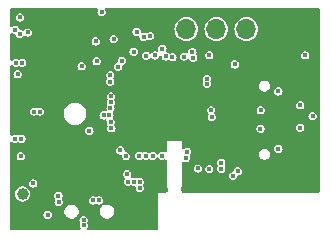
<source format=gbr>
%TF.GenerationSoftware,KiCad,Pcbnew,8.0.5*%
%TF.CreationDate,2024-11-08T04:09:32+01:00*%
%TF.ProjectId,hardware v4 pro max,68617264-7761-4726-9520-76342070726f,rev?*%
%TF.SameCoordinates,Original*%
%TF.FileFunction,Copper,L2,Inr*%
%TF.FilePolarity,Positive*%
%FSLAX46Y46*%
G04 Gerber Fmt 4.6, Leading zero omitted, Abs format (unit mm)*
G04 Created by KiCad (PCBNEW 8.0.5) date 2024-11-08 04:09:32*
%MOMM*%
%LPD*%
G01*
G04 APERTURE LIST*
%TA.AperFunction,ComponentPad*%
%ADD10R,1.700000X1.700000*%
%TD*%
%TA.AperFunction,ComponentPad*%
%ADD11O,1.700000X1.700000*%
%TD*%
%TA.AperFunction,ComponentPad*%
%ADD12C,1.000000*%
%TD*%
%TA.AperFunction,ComponentPad*%
%ADD13O,1.800000X1.000000*%
%TD*%
%TA.AperFunction,ComponentPad*%
%ADD14O,2.100000X1.000000*%
%TD*%
%TA.AperFunction,ViaPad*%
%ADD15C,0.400000*%
%TD*%
G04 APERTURE END LIST*
D10*
%TO.N,GND*%
%TO.C,J3*%
X148570000Y-92965000D03*
D11*
%TO.N,+3.3V*%
X146030000Y-92965000D03*
%TO.N,OLED_SCL*%
X143490000Y-92965000D03*
%TO.N,OLED_SDA*%
X140950000Y-92965000D03*
%TD*%
D12*
%TO.N,GND*%
%TO.C,TP1*%
X127050000Y-108950000D03*
%TD*%
%TO.N,BAT+*%
%TO.C,TP2*%
X127090000Y-106930000D03*
%TD*%
D13*
%TO.N,GND*%
%TO.C,J4*%
X151245000Y-96350000D03*
D14*
X147065000Y-96350000D03*
D13*
X151245000Y-104990000D03*
D14*
X147065000Y-104990000D03*
%TD*%
D15*
%TO.N,Net-(BT1-+)*%
X126950000Y-103730000D03*
%TO.N,GNDGPS*%
X128100000Y-99940000D03*
X126460000Y-102240000D03*
X126990000Y-102240000D03*
X128570000Y-99940000D03*
%TO.N,GND*%
X136350000Y-94160000D03*
X130300000Y-98220000D03*
X150430000Y-98280000D03*
X149090000Y-105540000D03*
X128300000Y-107850000D03*
X136130000Y-102000000D03*
X138350000Y-96890000D03*
X143220000Y-106520000D03*
X149930000Y-103260000D03*
X145260000Y-106520000D03*
X137360000Y-99160000D03*
X137100000Y-94670000D03*
X127780000Y-109600000D03*
X140670000Y-106520000D03*
X151380000Y-106520000D03*
X137450000Y-104820000D03*
X147060000Y-94160000D03*
X129130000Y-101880000D03*
X130030000Y-100950000D03*
X130180000Y-95610000D03*
X133890000Y-103780000D03*
X132880000Y-97160000D03*
X143160000Y-101250000D03*
X142200000Y-106520000D03*
X129820000Y-94635000D03*
X138710000Y-106550000D03*
X138050000Y-104340000D03*
X140570000Y-101920000D03*
X133380000Y-94600000D03*
X126350000Y-109660000D03*
X143000000Y-102920000D03*
X139370000Y-96870000D03*
X138900000Y-91580000D03*
X149340000Y-106520000D03*
X129800000Y-93790000D03*
X132460000Y-100920000D03*
X128710000Y-93790000D03*
X141150000Y-100950000D03*
X138270000Y-106990000D03*
X130330000Y-105260000D03*
X145650000Y-96580000D03*
X151160000Y-103200000D03*
X148640000Y-91490000D03*
X141140000Y-101910000D03*
X136080000Y-108230000D03*
X127950000Y-93890000D03*
X126320000Y-108020000D03*
X133340000Y-105670000D03*
X132400000Y-91890000D03*
X144680000Y-91590000D03*
X133300000Y-102380000D03*
X147810000Y-106520000D03*
X150330000Y-102310000D03*
X138270000Y-109030000D03*
X140090000Y-94190000D03*
X147710000Y-98490000D03*
X148320000Y-106520000D03*
X148830000Y-106520000D03*
X138630000Y-93270000D03*
X142180000Y-95280000D03*
X142710000Y-106520000D03*
X131220000Y-96450000D03*
X147680000Y-102870000D03*
X146790000Y-106520000D03*
X149130000Y-102280000D03*
X150360000Y-106520000D03*
X129140000Y-100990000D03*
X142190000Y-91570000D03*
X140140000Y-98080000D03*
X138270000Y-107500000D03*
X151440000Y-97360000D03*
X131280000Y-91390000D03*
X143730000Y-106520000D03*
X130080000Y-104190000D03*
X129030000Y-104190000D03*
X144040000Y-100990000D03*
X147300000Y-106520000D03*
X150410000Y-97380000D03*
X151750000Y-103830000D03*
X149810000Y-104430000D03*
X138280000Y-98070000D03*
X134280000Y-95700000D03*
X142170000Y-93680000D03*
X144730000Y-94040000D03*
X138270000Y-108010000D03*
X129750000Y-98910000D03*
X147260000Y-91500000D03*
X130110000Y-102970000D03*
X129530000Y-97190000D03*
X141180000Y-106520000D03*
X148790000Y-95740000D03*
X151890000Y-106520000D03*
X133390000Y-104260000D03*
X131300000Y-92060000D03*
X136130000Y-97560000D03*
X134140000Y-105660000D03*
X148580000Y-94560000D03*
X133660000Y-92220000D03*
X133729834Y-93419834D03*
X141690000Y-106520000D03*
X151420000Y-98330000D03*
X144750000Y-106520000D03*
X137500000Y-109660000D03*
X131160000Y-98850000D03*
X136150000Y-100500000D03*
X138270000Y-108520000D03*
X131600000Y-97130000D03*
X138300000Y-99180000D03*
X148310000Y-101990000D03*
X130100000Y-101850000D03*
X132060000Y-103400000D03*
X133350000Y-106610000D03*
X131190000Y-95500000D03*
X138860000Y-92440000D03*
X149850000Y-106520000D03*
X142280000Y-102910000D03*
X144509834Y-97819834D03*
X133360000Y-99280000D03*
X131150000Y-101820000D03*
X144240000Y-106520000D03*
X137430000Y-96900000D03*
X131100000Y-103420000D03*
X149920000Y-92770000D03*
X138270000Y-109540000D03*
X128400000Y-108690000D03*
X139270000Y-106560000D03*
X129130000Y-103010000D03*
X150990000Y-94360000D03*
X149930000Y-95390000D03*
X139380000Y-94050000D03*
X150870000Y-106520000D03*
X135720000Y-93630000D03*
X151640000Y-102310000D03*
X141150000Y-98100000D03*
X143960000Y-94870000D03*
X146280000Y-106520000D03*
X134100000Y-106620000D03*
X137580000Y-101880000D03*
X137110000Y-107710000D03*
X132840000Y-100330000D03*
X145770000Y-106520000D03*
X143440000Y-91560000D03*
X131980000Y-93300000D03*
%TO.N,+3.3V*%
X136520275Y-105883344D03*
X136020388Y-105894068D03*
X127060000Y-95820000D03*
X127549196Y-93250066D03*
X135510000Y-95650000D03*
X135190000Y-96140000D03*
X136750000Y-93180000D03*
X142710000Y-97160000D03*
X143920000Y-104260000D03*
X133960000Y-100270000D03*
X141024490Y-103355427D03*
X143920000Y-104770000D03*
X126680000Y-96780000D03*
X133290000Y-94010000D03*
X126540000Y-95820000D03*
X142720000Y-97620000D03*
X138930000Y-103690000D03*
X137020000Y-106400000D03*
X139780013Y-95341573D03*
X134450000Y-100260000D03*
X137020000Y-105899997D03*
%TO.N,vusb*%
X132260000Y-109150000D03*
X132280000Y-109570000D03*
X145300000Y-105010000D03*
X151650000Y-100330000D03*
X144915000Y-105395000D03*
%TO.N,Net-(SW1-B)*%
X133070000Y-107460000D03*
X133570000Y-107460000D03*
%TO.N,B2*%
X134520000Y-96860000D03*
%TO.N,B1*%
X134510000Y-97430000D03*
%TO.N,Net-(U1-NRST)*%
X134800000Y-93800000D03*
X132750000Y-101580000D03*
X134539999Y-99667215D03*
%TO.N,SPI_MOSi*%
X126460000Y-93020000D03*
X137557500Y-95220000D03*
%TO.N,SPI_SCK*%
X126860000Y-93370000D03*
X134611802Y-101361317D03*
%TO.N,SPI_MISO*%
X136990000Y-103680000D03*
X133360000Y-95680000D03*
%TO.N,SPI_CS*%
X132100000Y-96100000D03*
X136500000Y-94865000D03*
%TO.N,COMPASSDA*%
X142900000Y-104810000D03*
X141478477Y-94897064D03*
X134562492Y-99163252D03*
%TO.N,COMPASSCL*%
X141940251Y-104764958D03*
X134579999Y-98652671D03*
%TO.N,USART_RX*%
X140941084Y-103890141D03*
X142900000Y-95170000D03*
%TO.N,USART_TX*%
X138100000Y-103700000D03*
%TO.N,OLED_SCL*%
X137530000Y-103700000D03*
%TO.N,Net-(J4-CC2)*%
X148760000Y-103100000D03*
%TO.N,Net-(J4-D--PadA7)*%
X147270000Y-99830000D03*
%TO.N,Net-(J4-D+-PadA6)*%
X147240000Y-101400000D03*
%TO.N,Net-(J4-CC1)*%
X148750000Y-98240000D03*
%TO.N,Net-(PA1010D1-RX)*%
X135930000Y-105230000D03*
%TO.N,Net-(PA1010D1-TX)*%
X135850000Y-103720000D03*
%TO.N,ALIMGPS*%
X127990000Y-106030000D03*
X134565416Y-100863471D03*
%TO.N,Net-(R10-Pad1)*%
X126880000Y-91970000D03*
%TO.N,Net-(U1-PA4)*%
X129220000Y-108682498D03*
X135370000Y-103230000D03*
%TO.N,BAT+*%
X130140000Y-107610000D03*
X130130000Y-107060000D03*
%TO.N,SWDIO*%
X137900000Y-93550000D03*
X138930000Y-94610000D03*
%TO.N,SWCLK*%
X137340000Y-93630000D03*
X139230000Y-95280000D03*
%TO.N,SWO*%
X133780000Y-91500000D03*
X138307500Y-95190000D03*
%TO.N,D+*%
X150595000Y-101310000D03*
X140790000Y-95283906D03*
%TO.N,D-*%
X141540000Y-95393267D03*
X150595000Y-99410000D03*
%TO.N,Net-(U1-PB0)*%
X151020000Y-95180000D03*
X143120000Y-100410000D03*
%TO.N,Net-(U1-PB1)*%
X145070000Y-95950000D03*
X143050000Y-99810000D03*
%TD*%
%TA.AperFunction,Conductor*%
%TO.N,GND*%
G36*
X133419203Y-91190185D02*
G01*
X133464958Y-91242989D01*
X133474902Y-91312147D01*
X133462649Y-91350794D01*
X133442498Y-91390341D01*
X133425131Y-91499997D01*
X133425131Y-91500002D01*
X133442498Y-91609658D01*
X133492904Y-91708585D01*
X133492909Y-91708592D01*
X133571407Y-91787090D01*
X133571410Y-91787092D01*
X133571413Y-91787095D01*
X133670339Y-91837500D01*
X133670341Y-91837501D01*
X133779998Y-91854869D01*
X133780000Y-91854869D01*
X133780002Y-91854869D01*
X133889658Y-91837501D01*
X133889659Y-91837500D01*
X133889661Y-91837500D01*
X133988587Y-91787095D01*
X134067095Y-91708587D01*
X134117500Y-91609661D01*
X134117500Y-91609659D01*
X134117501Y-91609658D01*
X134134869Y-91500002D01*
X134134869Y-91499997D01*
X134117501Y-91390341D01*
X134097351Y-91350794D01*
X134084455Y-91282125D01*
X134110732Y-91217384D01*
X134167839Y-91177128D01*
X134207836Y-91170500D01*
X152125500Y-91170500D01*
X152192539Y-91190185D01*
X152238294Y-91242989D01*
X152249500Y-91294500D01*
X152249500Y-100298970D01*
X152240963Y-100328041D01*
X152248477Y-100345136D01*
X152249500Y-100361029D01*
X152249500Y-106726000D01*
X152229815Y-106793039D01*
X152177011Y-106838794D01*
X152125500Y-106850000D01*
X145171362Y-106850000D01*
X145137306Y-106840000D01*
X145110000Y-106840000D01*
X140734000Y-106840000D01*
X140666961Y-106820315D01*
X140621206Y-106767511D01*
X140610000Y-106716000D01*
X140610000Y-105394997D01*
X144560131Y-105394997D01*
X144560131Y-105395002D01*
X144577498Y-105504658D01*
X144627904Y-105603585D01*
X144627909Y-105603592D01*
X144706407Y-105682090D01*
X144706410Y-105682092D01*
X144706413Y-105682095D01*
X144805339Y-105732500D01*
X144805341Y-105732501D01*
X144914998Y-105749869D01*
X144915000Y-105749869D01*
X144915002Y-105749869D01*
X145024658Y-105732501D01*
X145024659Y-105732500D01*
X145024661Y-105732500D01*
X145123587Y-105682095D01*
X145202095Y-105603587D01*
X145252500Y-105504661D01*
X145259895Y-105457968D01*
X145289823Y-105394837D01*
X145349134Y-105357905D01*
X145362955Y-105354897D01*
X145409661Y-105347500D01*
X145508587Y-105297095D01*
X145587095Y-105218587D01*
X145637500Y-105119661D01*
X145637500Y-105119659D01*
X145637501Y-105119658D01*
X145654869Y-105010002D01*
X145654869Y-105009997D01*
X145637501Y-104900341D01*
X145626964Y-104879661D01*
X145587095Y-104801413D01*
X145587092Y-104801410D01*
X145587090Y-104801407D01*
X145508592Y-104722909D01*
X145508588Y-104722906D01*
X145508587Y-104722905D01*
X145504743Y-104720946D01*
X145409658Y-104672498D01*
X145300002Y-104655131D01*
X145299998Y-104655131D01*
X145190341Y-104672498D01*
X145091414Y-104722904D01*
X145091407Y-104722909D01*
X145012909Y-104801407D01*
X145012904Y-104801414D01*
X144962499Y-104900341D01*
X144955104Y-104947030D01*
X144925174Y-105010164D01*
X144865863Y-105047095D01*
X144852030Y-105050104D01*
X144805341Y-105057499D01*
X144706414Y-105107904D01*
X144706407Y-105107909D01*
X144627909Y-105186407D01*
X144627904Y-105186414D01*
X144577498Y-105285341D01*
X144560131Y-105394997D01*
X140610000Y-105394997D01*
X140610000Y-104764955D01*
X141585382Y-104764955D01*
X141585382Y-104764960D01*
X141602749Y-104874616D01*
X141653155Y-104973543D01*
X141653160Y-104973550D01*
X141731658Y-105052048D01*
X141731661Y-105052050D01*
X141731664Y-105052053D01*
X141830590Y-105102458D01*
X141830592Y-105102459D01*
X141940249Y-105119827D01*
X141940251Y-105119827D01*
X141940253Y-105119827D01*
X142049909Y-105102459D01*
X142049910Y-105102458D01*
X142049912Y-105102458D01*
X142148838Y-105052053D01*
X142227346Y-104973545D01*
X142277751Y-104874619D01*
X142277751Y-104874617D01*
X142277752Y-104874616D01*
X142287987Y-104809997D01*
X142545131Y-104809997D01*
X142545131Y-104810002D01*
X142562498Y-104919658D01*
X142612904Y-105018585D01*
X142612909Y-105018592D01*
X142691407Y-105097090D01*
X142691410Y-105097092D01*
X142691413Y-105097095D01*
X142745923Y-105124869D01*
X142790341Y-105147501D01*
X142899998Y-105164869D01*
X142900000Y-105164869D01*
X142900002Y-105164869D01*
X143009658Y-105147501D01*
X143009659Y-105147500D01*
X143009661Y-105147500D01*
X143108587Y-105097095D01*
X143187095Y-105018587D01*
X143237500Y-104919661D01*
X143237500Y-104919659D01*
X143237501Y-104919658D01*
X143254869Y-104810002D01*
X143254869Y-104809997D01*
X143237501Y-104700341D01*
X143214550Y-104655297D01*
X143187095Y-104601413D01*
X143187092Y-104601410D01*
X143187090Y-104601407D01*
X143108592Y-104522909D01*
X143108588Y-104522906D01*
X143108587Y-104522905D01*
X143104743Y-104520946D01*
X143009658Y-104472498D01*
X142900002Y-104455131D01*
X142899998Y-104455131D01*
X142790341Y-104472498D01*
X142691414Y-104522904D01*
X142691407Y-104522909D01*
X142612909Y-104601407D01*
X142612904Y-104601414D01*
X142562498Y-104700341D01*
X142545131Y-104809997D01*
X142287987Y-104809997D01*
X142295120Y-104764960D01*
X142295120Y-104764955D01*
X142277752Y-104655299D01*
X142234950Y-104571295D01*
X142227346Y-104556371D01*
X142227343Y-104556368D01*
X142227341Y-104556365D01*
X142148843Y-104477867D01*
X142148839Y-104477864D01*
X142148838Y-104477863D01*
X142144994Y-104475904D01*
X142049909Y-104427456D01*
X141940253Y-104410089D01*
X141940249Y-104410089D01*
X141830592Y-104427456D01*
X141731665Y-104477862D01*
X141731658Y-104477867D01*
X141653160Y-104556365D01*
X141653155Y-104556372D01*
X141602749Y-104655299D01*
X141585382Y-104764955D01*
X140610000Y-104764955D01*
X140610000Y-104317169D01*
X140626788Y-104259997D01*
X143565131Y-104259997D01*
X143565131Y-104260002D01*
X143582498Y-104369658D01*
X143627870Y-104458706D01*
X143640766Y-104527375D01*
X143627870Y-104571294D01*
X143582498Y-104660341D01*
X143565131Y-104769997D01*
X143565131Y-104770002D01*
X143582498Y-104879658D01*
X143632904Y-104978585D01*
X143632909Y-104978592D01*
X143711407Y-105057090D01*
X143711410Y-105057092D01*
X143711413Y-105057095D01*
X143810339Y-105107500D01*
X143810341Y-105107501D01*
X143919998Y-105124869D01*
X143920000Y-105124869D01*
X143920002Y-105124869D01*
X144029658Y-105107501D01*
X144029659Y-105107500D01*
X144029661Y-105107500D01*
X144128587Y-105057095D01*
X144207095Y-104978587D01*
X144257500Y-104879661D01*
X144257500Y-104879659D01*
X144257501Y-104879658D01*
X144274869Y-104770002D01*
X144274869Y-104769997D01*
X144257501Y-104660343D01*
X144257500Y-104660341D01*
X144257500Y-104660339D01*
X144212128Y-104571291D01*
X144199233Y-104502626D01*
X144212127Y-104458710D01*
X144257500Y-104369661D01*
X144274869Y-104260000D01*
X144264484Y-104194431D01*
X144257501Y-104150341D01*
X144257500Y-104150339D01*
X144207095Y-104051413D01*
X144207092Y-104051410D01*
X144207090Y-104051407D01*
X144128592Y-103972909D01*
X144128588Y-103972906D01*
X144128587Y-103972905D01*
X144103564Y-103960155D01*
X144029658Y-103922498D01*
X143920002Y-103905131D01*
X143919998Y-103905131D01*
X143810341Y-103922498D01*
X143711414Y-103972904D01*
X143711407Y-103972909D01*
X143632909Y-104051407D01*
X143632904Y-104051414D01*
X143582498Y-104150341D01*
X143565131Y-104259997D01*
X140626788Y-104259997D01*
X140629685Y-104250130D01*
X140682489Y-104204375D01*
X140751647Y-104194431D01*
X140790291Y-104206683D01*
X140831423Y-104227641D01*
X140831424Y-104227641D01*
X140831426Y-104227642D01*
X140941082Y-104245010D01*
X140941084Y-104245010D01*
X140941086Y-104245010D01*
X141050742Y-104227642D01*
X141050743Y-104227641D01*
X141050745Y-104227641D01*
X141149671Y-104177236D01*
X141228179Y-104098728D01*
X141278584Y-103999802D01*
X141278584Y-103999800D01*
X141278585Y-103999799D01*
X141295953Y-103890143D01*
X141295953Y-103890138D01*
X141278585Y-103780484D01*
X141278584Y-103780482D01*
X141278584Y-103780480D01*
X141257556Y-103739210D01*
X141244661Y-103670545D01*
X141270937Y-103605804D01*
X141280362Y-103595237D01*
X141311581Y-103564018D01*
X141311585Y-103564014D01*
X141345527Y-103497399D01*
X147089500Y-103497399D01*
X147089500Y-103622601D01*
X147121905Y-103743536D01*
X147184505Y-103851964D01*
X147273036Y-103940495D01*
X147381464Y-104003095D01*
X147502399Y-104035500D01*
X147502401Y-104035500D01*
X147627599Y-104035500D01*
X147627601Y-104035500D01*
X147748536Y-104003095D01*
X147856964Y-103940495D01*
X147945495Y-103851964D01*
X148008095Y-103743536D01*
X148040500Y-103622601D01*
X148040500Y-103497399D01*
X148008095Y-103376464D01*
X147945495Y-103268036D01*
X147856964Y-103179505D01*
X147748536Y-103116905D01*
X147748537Y-103116905D01*
X147685454Y-103100002D01*
X147685435Y-103099997D01*
X148405131Y-103099997D01*
X148405131Y-103100002D01*
X148422498Y-103209658D01*
X148472904Y-103308585D01*
X148472909Y-103308592D01*
X148551407Y-103387090D01*
X148551410Y-103387092D01*
X148551413Y-103387095D01*
X148610765Y-103417336D01*
X148650341Y-103437501D01*
X148759998Y-103454869D01*
X148760000Y-103454869D01*
X148760002Y-103454869D01*
X148869658Y-103437501D01*
X148869659Y-103437500D01*
X148869661Y-103437500D01*
X148968587Y-103387095D01*
X149047095Y-103308587D01*
X149097500Y-103209661D01*
X149097500Y-103209659D01*
X149097501Y-103209658D01*
X149114869Y-103100002D01*
X149114869Y-103099997D01*
X149097501Y-102990341D01*
X149073331Y-102942904D01*
X149047095Y-102891413D01*
X149047092Y-102891410D01*
X149047090Y-102891407D01*
X148968592Y-102812909D01*
X148968588Y-102812906D01*
X148968587Y-102812905D01*
X148964743Y-102810946D01*
X148869658Y-102762498D01*
X148760002Y-102745131D01*
X148759998Y-102745131D01*
X148650341Y-102762498D01*
X148551414Y-102812904D01*
X148551407Y-102812909D01*
X148472909Y-102891407D01*
X148472904Y-102891414D01*
X148422498Y-102990341D01*
X148405131Y-103099997D01*
X147685435Y-103099997D01*
X147627601Y-103084500D01*
X147502399Y-103084500D01*
X147444546Y-103100002D01*
X147381463Y-103116905D01*
X147273037Y-103179504D01*
X147273034Y-103179506D01*
X147184506Y-103268034D01*
X147184504Y-103268037D01*
X147121905Y-103376463D01*
X147117499Y-103392906D01*
X147089500Y-103497399D01*
X141345527Y-103497399D01*
X141361990Y-103465088D01*
X141361990Y-103465086D01*
X141361991Y-103465085D01*
X141379359Y-103355429D01*
X141379359Y-103355424D01*
X141361991Y-103245768D01*
X141328229Y-103179506D01*
X141311585Y-103146840D01*
X141311582Y-103146837D01*
X141311580Y-103146834D01*
X141233082Y-103068336D01*
X141233078Y-103068333D01*
X141233077Y-103068332D01*
X141195493Y-103049182D01*
X141134148Y-103017925D01*
X141024492Y-103000558D01*
X141024488Y-103000558D01*
X140914831Y-103017925D01*
X140815904Y-103068331D01*
X140808004Y-103074071D01*
X140805897Y-103071171D01*
X140760358Y-103096038D01*
X140690666Y-103091054D01*
X140634733Y-103049182D01*
X140610316Y-102983718D01*
X140610000Y-102974872D01*
X140610000Y-102500000D01*
X140560000Y-102450000D01*
X139290000Y-102450000D01*
X139290000Y-103277704D01*
X139270315Y-103344743D01*
X139217511Y-103390498D01*
X139148353Y-103400442D01*
X139109706Y-103388189D01*
X139039658Y-103352498D01*
X138930002Y-103335131D01*
X138929998Y-103335131D01*
X138820341Y-103352498D01*
X138721414Y-103402904D01*
X138721407Y-103402909D01*
X138642909Y-103481407D01*
X138642904Y-103481414D01*
X138622936Y-103520604D01*
X138574962Y-103571399D01*
X138507141Y-103588194D01*
X138441006Y-103565656D01*
X138401967Y-103520602D01*
X138400180Y-103517095D01*
X138387095Y-103491413D01*
X138387090Y-103491407D01*
X138308592Y-103412909D01*
X138308588Y-103412906D01*
X138308587Y-103412905D01*
X138276948Y-103396784D01*
X138209658Y-103362498D01*
X138100002Y-103345131D01*
X138099998Y-103345131D01*
X137990341Y-103362498D01*
X137891412Y-103412905D01*
X137887878Y-103415473D01*
X137882861Y-103417262D01*
X137882717Y-103417336D01*
X137882707Y-103417317D01*
X137822070Y-103438947D01*
X137754017Y-103423117D01*
X137742122Y-103415473D01*
X137738587Y-103412905D01*
X137639658Y-103362498D01*
X137530002Y-103345131D01*
X137529998Y-103345131D01*
X137420342Y-103362498D01*
X137333101Y-103406949D01*
X137264432Y-103419844D01*
X137203927Y-103396784D01*
X137198589Y-103392906D01*
X137099658Y-103342498D01*
X136990002Y-103325131D01*
X136989998Y-103325131D01*
X136880341Y-103342498D01*
X136781414Y-103392904D01*
X136781407Y-103392909D01*
X136702909Y-103471407D01*
X136702904Y-103471414D01*
X136652498Y-103570341D01*
X136635131Y-103679997D01*
X136635131Y-103680002D01*
X136652498Y-103789658D01*
X136702904Y-103888585D01*
X136702909Y-103888592D01*
X136781407Y-103967090D01*
X136781410Y-103967092D01*
X136781413Y-103967095D01*
X136856179Y-104005190D01*
X136880341Y-104017501D01*
X136989998Y-104034869D01*
X136990000Y-104034869D01*
X136990002Y-104034869D01*
X137099656Y-104017501D01*
X137099656Y-104017500D01*
X137099661Y-104017500D01*
X137186898Y-103973050D01*
X137255566Y-103960155D01*
X137316073Y-103983216D01*
X137321409Y-103987093D01*
X137420341Y-104037501D01*
X137529998Y-104054869D01*
X137530000Y-104054869D01*
X137530002Y-104054869D01*
X137639658Y-104037501D01*
X137639659Y-104037500D01*
X137639661Y-104037500D01*
X137738587Y-103987095D01*
X137738590Y-103987091D01*
X137742116Y-103984531D01*
X137747129Y-103982742D01*
X137747283Y-103982664D01*
X137747293Y-103982683D01*
X137807923Y-103961052D01*
X137875977Y-103976879D01*
X137887884Y-103984531D01*
X137891411Y-103987093D01*
X137891413Y-103987095D01*
X137950282Y-104017090D01*
X137990341Y-104037501D01*
X138099998Y-104054869D01*
X138100000Y-104054869D01*
X138100002Y-104054869D01*
X138209658Y-104037501D01*
X138209659Y-104037500D01*
X138209661Y-104037500D01*
X138308587Y-103987095D01*
X138387095Y-103908587D01*
X138407064Y-103869394D01*
X138455035Y-103818601D01*
X138522855Y-103801805D01*
X138588991Y-103824341D01*
X138628030Y-103869394D01*
X138642905Y-103898587D01*
X138642907Y-103898589D01*
X138642909Y-103898592D01*
X138721407Y-103977090D01*
X138721410Y-103977092D01*
X138721413Y-103977095D01*
X138776553Y-104005190D01*
X138820341Y-104027501D01*
X138929998Y-104044869D01*
X138930000Y-104044869D01*
X138930002Y-104044869D01*
X139039656Y-104027501D01*
X139039656Y-104027500D01*
X139039661Y-104027500D01*
X139109708Y-103991809D01*
X139178374Y-103978914D01*
X139243115Y-104005190D01*
X139283372Y-104062297D01*
X139290000Y-104102295D01*
X139290000Y-106716000D01*
X139270315Y-106783039D01*
X139217511Y-106828794D01*
X139166000Y-106840000D01*
X138570000Y-106840000D01*
X138570000Y-109845500D01*
X138550315Y-109912539D01*
X138497511Y-109958294D01*
X138446000Y-109969500D01*
X132671752Y-109969500D01*
X132604713Y-109949815D01*
X132558958Y-109897011D01*
X132549014Y-109827853D01*
X132564996Y-109788471D01*
X132562664Y-109787283D01*
X132567095Y-109778587D01*
X132617500Y-109679661D01*
X132617500Y-109679659D01*
X132617501Y-109679658D01*
X132634869Y-109570002D01*
X132634869Y-109569997D01*
X132617501Y-109460343D01*
X132617500Y-109460341D01*
X132617500Y-109460339D01*
X132585056Y-109396664D01*
X132572161Y-109327999D01*
X132585056Y-109284081D01*
X132597500Y-109259661D01*
X132614869Y-109150000D01*
X132614869Y-109149997D01*
X132597501Y-109040341D01*
X132586117Y-109017999D01*
X132547095Y-108941413D01*
X132547092Y-108941410D01*
X132547090Y-108941407D01*
X132468592Y-108862909D01*
X132468588Y-108862906D01*
X132468587Y-108862905D01*
X132464743Y-108860946D01*
X132369658Y-108812498D01*
X132260002Y-108795131D01*
X132259998Y-108795131D01*
X132150341Y-108812498D01*
X132051414Y-108862904D01*
X132051407Y-108862909D01*
X131972909Y-108941407D01*
X131972904Y-108941414D01*
X131922498Y-109040341D01*
X131905131Y-109149997D01*
X131905131Y-109150002D01*
X131922498Y-109259658D01*
X131954942Y-109323332D01*
X131967838Y-109392001D01*
X131954942Y-109435920D01*
X131942498Y-109460341D01*
X131925131Y-109569997D01*
X131925131Y-109570002D01*
X131942498Y-109679658D01*
X131997336Y-109787283D01*
X131994344Y-109788807D01*
X132012046Y-109838427D01*
X131996218Y-109906480D01*
X131946109Y-109955172D01*
X131888248Y-109969500D01*
X126174500Y-109969500D01*
X126107461Y-109949815D01*
X126061706Y-109897011D01*
X126050500Y-109845500D01*
X126050500Y-108682495D01*
X128865131Y-108682495D01*
X128865131Y-108682500D01*
X128882498Y-108792156D01*
X128932904Y-108891083D01*
X128932909Y-108891090D01*
X129011407Y-108969588D01*
X129011410Y-108969590D01*
X129011413Y-108969593D01*
X129106416Y-109017999D01*
X129110341Y-109019999D01*
X129219998Y-109037367D01*
X129220000Y-109037367D01*
X129220002Y-109037367D01*
X129329658Y-109019999D01*
X129329659Y-109019998D01*
X129329661Y-109019998D01*
X129428587Y-108969593D01*
X129507095Y-108891085D01*
X129557500Y-108792159D01*
X129557500Y-108792157D01*
X129557501Y-108792156D01*
X129574869Y-108682500D01*
X129574869Y-108682495D01*
X129557501Y-108572839D01*
X129557500Y-108572837D01*
X129507095Y-108473911D01*
X129507092Y-108473908D01*
X129507090Y-108473905D01*
X129428592Y-108395407D01*
X129428588Y-108395404D01*
X129428587Y-108395403D01*
X129424743Y-108393444D01*
X129329658Y-108344996D01*
X129288282Y-108338443D01*
X130644500Y-108338443D01*
X130644500Y-108496556D01*
X130685423Y-108649283D01*
X130685426Y-108649290D01*
X130764475Y-108786209D01*
X130764479Y-108786214D01*
X130764480Y-108786216D01*
X130876284Y-108898020D01*
X130876286Y-108898021D01*
X130876290Y-108898024D01*
X131000253Y-108969593D01*
X131013216Y-108977077D01*
X131165943Y-109018000D01*
X131165945Y-109018000D01*
X131324055Y-109018000D01*
X131324057Y-109018000D01*
X131476784Y-108977077D01*
X131613716Y-108898020D01*
X131725520Y-108786216D01*
X131804577Y-108649284D01*
X131845500Y-108496557D01*
X131845500Y-108338443D01*
X131804577Y-108185716D01*
X131804573Y-108185709D01*
X131725524Y-108048790D01*
X131725518Y-108048782D01*
X131613717Y-107936981D01*
X131613709Y-107936975D01*
X131476790Y-107857926D01*
X131476786Y-107857924D01*
X131476784Y-107857923D01*
X131324057Y-107817000D01*
X131165943Y-107817000D01*
X131013216Y-107857923D01*
X131013209Y-107857926D01*
X130876290Y-107936975D01*
X130876282Y-107936981D01*
X130764481Y-108048782D01*
X130764475Y-108048790D01*
X130685426Y-108185709D01*
X130685423Y-108185716D01*
X130644500Y-108338443D01*
X129288282Y-108338443D01*
X129220002Y-108327629D01*
X129219998Y-108327629D01*
X129110341Y-108344996D01*
X129011414Y-108395402D01*
X129011407Y-108395407D01*
X128932909Y-108473905D01*
X128932904Y-108473912D01*
X128882498Y-108572839D01*
X128865131Y-108682495D01*
X126050500Y-108682495D01*
X126050500Y-106929999D01*
X126434722Y-106929999D01*
X126434722Y-106930000D01*
X126453762Y-107086818D01*
X126502117Y-107214318D01*
X126509780Y-107234523D01*
X126599517Y-107364530D01*
X126717760Y-107469283D01*
X126717762Y-107469284D01*
X126857634Y-107542696D01*
X127011014Y-107580500D01*
X127011015Y-107580500D01*
X127168985Y-107580500D01*
X127322365Y-107542696D01*
X127462240Y-107469283D01*
X127580483Y-107364530D01*
X127670220Y-107234523D01*
X127726237Y-107086818D01*
X127729494Y-107059997D01*
X129775131Y-107059997D01*
X129775131Y-107060002D01*
X129792498Y-107169658D01*
X129842903Y-107268584D01*
X129843899Y-107269954D01*
X129844593Y-107271900D01*
X129847336Y-107277283D01*
X129846640Y-107277637D01*
X129867379Y-107335761D01*
X129854066Y-107399134D01*
X129802498Y-107500341D01*
X129785131Y-107609997D01*
X129785131Y-107610002D01*
X129802498Y-107719658D01*
X129852904Y-107818585D01*
X129852909Y-107818592D01*
X129931407Y-107897090D01*
X129931410Y-107897092D01*
X129931413Y-107897095D01*
X130009692Y-107936980D01*
X130030341Y-107947501D01*
X130139998Y-107964869D01*
X130140000Y-107964869D01*
X130140002Y-107964869D01*
X130249658Y-107947501D01*
X130249659Y-107947500D01*
X130249661Y-107947500D01*
X130348587Y-107897095D01*
X130427095Y-107818587D01*
X130477500Y-107719661D01*
X130477500Y-107719659D01*
X130477501Y-107719658D01*
X130494869Y-107610002D01*
X130494869Y-107609997D01*
X130477501Y-107500341D01*
X130456945Y-107459997D01*
X132715131Y-107459997D01*
X132715131Y-107460002D01*
X132732498Y-107569658D01*
X132782904Y-107668585D01*
X132782909Y-107668592D01*
X132861407Y-107747090D01*
X132861410Y-107747092D01*
X132861413Y-107747095D01*
X132876292Y-107754676D01*
X132960341Y-107797501D01*
X133069998Y-107814869D01*
X133070000Y-107814869D01*
X133070002Y-107814869D01*
X133179656Y-107797501D01*
X133179656Y-107797500D01*
X133179661Y-107797500D01*
X133263710Y-107754675D01*
X133332374Y-107741780D01*
X133376287Y-107754673D01*
X133460339Y-107797500D01*
X133460341Y-107797500D01*
X133460343Y-107797501D01*
X133569998Y-107814869D01*
X133570000Y-107814869D01*
X133570002Y-107814869D01*
X133629491Y-107805446D01*
X133679661Y-107797500D01*
X133679669Y-107797495D01*
X133686305Y-107795340D01*
X133756147Y-107793339D01*
X133815982Y-107829415D01*
X133846815Y-107892114D01*
X133838856Y-107961528D01*
X133812315Y-108000948D01*
X133764481Y-108048782D01*
X133764475Y-108048790D01*
X133685426Y-108185709D01*
X133685423Y-108185716D01*
X133644500Y-108338443D01*
X133644500Y-108496556D01*
X133685423Y-108649283D01*
X133685426Y-108649290D01*
X133764475Y-108786209D01*
X133764479Y-108786214D01*
X133764480Y-108786216D01*
X133876284Y-108898020D01*
X133876286Y-108898021D01*
X133876290Y-108898024D01*
X134000253Y-108969593D01*
X134013216Y-108977077D01*
X134165943Y-109018000D01*
X134165945Y-109018000D01*
X134324055Y-109018000D01*
X134324057Y-109018000D01*
X134476784Y-108977077D01*
X134613716Y-108898020D01*
X134725520Y-108786216D01*
X134804577Y-108649284D01*
X134845500Y-108496557D01*
X134845500Y-108338443D01*
X134804577Y-108185716D01*
X134804573Y-108185709D01*
X134725524Y-108048790D01*
X134725518Y-108048782D01*
X134613717Y-107936981D01*
X134613709Y-107936975D01*
X134476790Y-107857926D01*
X134476786Y-107857924D01*
X134476784Y-107857923D01*
X134324057Y-107817000D01*
X134165943Y-107817000D01*
X134013216Y-107857923D01*
X134013211Y-107857925D01*
X134011535Y-107858893D01*
X134009942Y-107859279D01*
X134005706Y-107861034D01*
X134005432Y-107860373D01*
X133943634Y-107875360D01*
X133877608Y-107852503D01*
X133834422Y-107797578D01*
X133827786Y-107728025D01*
X133853541Y-107678073D01*
X133851356Y-107676486D01*
X133857089Y-107668592D01*
X133857095Y-107668587D01*
X133907500Y-107569661D01*
X133907500Y-107569659D01*
X133907501Y-107569658D01*
X133924869Y-107460002D01*
X133924869Y-107459997D01*
X133907501Y-107350341D01*
X133897137Y-107330000D01*
X133857095Y-107251413D01*
X133857092Y-107251410D01*
X133857090Y-107251407D01*
X133778592Y-107172909D01*
X133778588Y-107172906D01*
X133778587Y-107172905D01*
X133772210Y-107169656D01*
X133679658Y-107122498D01*
X133570002Y-107105131D01*
X133569998Y-107105131D01*
X133460341Y-107122498D01*
X133376294Y-107165323D01*
X133307625Y-107178219D01*
X133263706Y-107165323D01*
X133179658Y-107122498D01*
X133070002Y-107105131D01*
X133069998Y-107105131D01*
X132960341Y-107122498D01*
X132861414Y-107172904D01*
X132861407Y-107172909D01*
X132782909Y-107251407D01*
X132782904Y-107251414D01*
X132732498Y-107350341D01*
X132715131Y-107459997D01*
X130456945Y-107459997D01*
X130427095Y-107401413D01*
X130427089Y-107401407D01*
X130426101Y-107400047D01*
X130425405Y-107398096D01*
X130422664Y-107392717D01*
X130423359Y-107392362D01*
X130402620Y-107334241D01*
X130415933Y-107270864D01*
X130417091Y-107268590D01*
X130417095Y-107268587D01*
X130467500Y-107169661D01*
X130477721Y-107105131D01*
X130484869Y-107060002D01*
X130484869Y-107059997D01*
X130467501Y-106950341D01*
X130457136Y-106929999D01*
X130417095Y-106851413D01*
X130417092Y-106851410D01*
X130417090Y-106851407D01*
X130338592Y-106772909D01*
X130338588Y-106772906D01*
X130338587Y-106772905D01*
X130303189Y-106754869D01*
X130239658Y-106722498D01*
X130130002Y-106705131D01*
X130129998Y-106705131D01*
X130020341Y-106722498D01*
X129921414Y-106772904D01*
X129921407Y-106772909D01*
X129842909Y-106851407D01*
X129842904Y-106851414D01*
X129792498Y-106950341D01*
X129775131Y-107059997D01*
X127729494Y-107059997D01*
X127745278Y-106930000D01*
X127732990Y-106828794D01*
X127726237Y-106773181D01*
X127700429Y-106705131D01*
X127670220Y-106625477D01*
X127580483Y-106495470D01*
X127462240Y-106390717D01*
X127462238Y-106390716D01*
X127462237Y-106390715D01*
X127322365Y-106317303D01*
X127168986Y-106279500D01*
X127168985Y-106279500D01*
X127011015Y-106279500D01*
X127011014Y-106279500D01*
X126857634Y-106317303D01*
X126717762Y-106390715D01*
X126599516Y-106495471D01*
X126509781Y-106625475D01*
X126509780Y-106625476D01*
X126453762Y-106773181D01*
X126434722Y-106929999D01*
X126050500Y-106929999D01*
X126050500Y-106029997D01*
X127635131Y-106029997D01*
X127635131Y-106030002D01*
X127652498Y-106139658D01*
X127702904Y-106238585D01*
X127702909Y-106238592D01*
X127781407Y-106317090D01*
X127781410Y-106317092D01*
X127781413Y-106317095D01*
X127880339Y-106367500D01*
X127880341Y-106367501D01*
X127989998Y-106384869D01*
X127990000Y-106384869D01*
X127990002Y-106384869D01*
X128099658Y-106367501D01*
X128099659Y-106367500D01*
X128099661Y-106367500D01*
X128198587Y-106317095D01*
X128277095Y-106238587D01*
X128327500Y-106139661D01*
X128327500Y-106139659D01*
X128327501Y-106139658D01*
X128344869Y-106030002D01*
X128344869Y-106029997D01*
X128327501Y-105920341D01*
X128314113Y-105894065D01*
X128277095Y-105821413D01*
X128277092Y-105821410D01*
X128277090Y-105821407D01*
X128198592Y-105742909D01*
X128198588Y-105742906D01*
X128198587Y-105742905D01*
X128178166Y-105732500D01*
X128099658Y-105692498D01*
X127990002Y-105675131D01*
X127989998Y-105675131D01*
X127880341Y-105692498D01*
X127781414Y-105742904D01*
X127781407Y-105742909D01*
X127702909Y-105821407D01*
X127702904Y-105821414D01*
X127652498Y-105920341D01*
X127635131Y-106029997D01*
X126050500Y-106029997D01*
X126050500Y-105229997D01*
X135575131Y-105229997D01*
X135575131Y-105230002D01*
X135592498Y-105339658D01*
X135642904Y-105438585D01*
X135642909Y-105438592D01*
X135724264Y-105519947D01*
X135757749Y-105581270D01*
X135752765Y-105650962D01*
X135736907Y-105680506D01*
X135733293Y-105685480D01*
X135682886Y-105784409D01*
X135665519Y-105894065D01*
X135665519Y-105894070D01*
X135682886Y-106003726D01*
X135733292Y-106102653D01*
X135733297Y-106102660D01*
X135811795Y-106181158D01*
X135811798Y-106181160D01*
X135811801Y-106181163D01*
X135861120Y-106206292D01*
X135910729Y-106231569D01*
X136020386Y-106248937D01*
X136020388Y-106248937D01*
X136020390Y-106248937D01*
X136130044Y-106231569D01*
X136130044Y-106231568D01*
X136130049Y-106231568D01*
X136224564Y-106183410D01*
X136293229Y-106170515D01*
X136337143Y-106183409D01*
X136410614Y-106220844D01*
X136410616Y-106220844D01*
X136410618Y-106220845D01*
X136465444Y-106229528D01*
X136520275Y-106238213D01*
X136526566Y-106237216D01*
X136595857Y-106246166D01*
X136649312Y-106291159D01*
X136669956Y-106357909D01*
X136668443Y-106379081D01*
X136665131Y-106399996D01*
X136665131Y-106400002D01*
X136682498Y-106509658D01*
X136732904Y-106608585D01*
X136732909Y-106608592D01*
X136811407Y-106687090D01*
X136811410Y-106687092D01*
X136811413Y-106687095D01*
X136868143Y-106716000D01*
X136910341Y-106737501D01*
X137019998Y-106754869D01*
X137020000Y-106754869D01*
X137020002Y-106754869D01*
X137129658Y-106737501D01*
X137129659Y-106737500D01*
X137129661Y-106737500D01*
X137228587Y-106687095D01*
X137307095Y-106608587D01*
X137357500Y-106509661D01*
X137357500Y-106509659D01*
X137357501Y-106509658D01*
X137374869Y-106400002D01*
X137374869Y-106399997D01*
X137357501Y-106290341D01*
X137314676Y-106206292D01*
X137301780Y-106137623D01*
X137314674Y-106093708D01*
X137357500Y-106009658D01*
X137374869Y-105899997D01*
X137374869Y-105899994D01*
X137357501Y-105790338D01*
X137333332Y-105742904D01*
X137307095Y-105691410D01*
X137307092Y-105691407D01*
X137307090Y-105691404D01*
X137228592Y-105612906D01*
X137228588Y-105612903D01*
X137228587Y-105612902D01*
X137210301Y-105603585D01*
X137129658Y-105562495D01*
X137020002Y-105545128D01*
X137019998Y-105545128D01*
X136910341Y-105562495D01*
X136842773Y-105596923D01*
X136774103Y-105609819D01*
X136730185Y-105596923D01*
X136629933Y-105545842D01*
X136520277Y-105528475D01*
X136520273Y-105528475D01*
X136410615Y-105545843D01*
X136401338Y-105548858D01*
X136400471Y-105546192D01*
X136346773Y-105556269D01*
X136282037Y-105529984D01*
X136241788Y-105472872D01*
X136238805Y-105403066D01*
X136248678Y-105376599D01*
X136267500Y-105339661D01*
X136284869Y-105230000D01*
X136284869Y-105229997D01*
X136267501Y-105120341D01*
X136235482Y-105057500D01*
X136217095Y-105021413D01*
X136217092Y-105021410D01*
X136217090Y-105021407D01*
X136138592Y-104942909D01*
X136138588Y-104942906D01*
X136138587Y-104942905D01*
X136092962Y-104919658D01*
X136039658Y-104892498D01*
X135930002Y-104875131D01*
X135929998Y-104875131D01*
X135820341Y-104892498D01*
X135721414Y-104942904D01*
X135721407Y-104942909D01*
X135642909Y-105021407D01*
X135642904Y-105021414D01*
X135592498Y-105120341D01*
X135575131Y-105229997D01*
X126050500Y-105229997D01*
X126050500Y-103729997D01*
X126595131Y-103729997D01*
X126595131Y-103730002D01*
X126612498Y-103839658D01*
X126662904Y-103938585D01*
X126662909Y-103938592D01*
X126741407Y-104017090D01*
X126741410Y-104017092D01*
X126741413Y-104017095D01*
X126840339Y-104067500D01*
X126840341Y-104067501D01*
X126949998Y-104084869D01*
X126950000Y-104084869D01*
X126950002Y-104084869D01*
X127059658Y-104067501D01*
X127059659Y-104067500D01*
X127059661Y-104067500D01*
X127158587Y-104017095D01*
X127237095Y-103938587D01*
X127287500Y-103839661D01*
X127287500Y-103839659D01*
X127287501Y-103839658D01*
X127304869Y-103730002D01*
X127304869Y-103729997D01*
X127287501Y-103620341D01*
X127270205Y-103586396D01*
X127237095Y-103521413D01*
X127237092Y-103521410D01*
X127237090Y-103521407D01*
X127158592Y-103442909D01*
X127158588Y-103442906D01*
X127158587Y-103442905D01*
X127150112Y-103438587D01*
X127059658Y-103392498D01*
X126950002Y-103375131D01*
X126949998Y-103375131D01*
X126840341Y-103392498D01*
X126741414Y-103442904D01*
X126741407Y-103442909D01*
X126662909Y-103521407D01*
X126662904Y-103521414D01*
X126612498Y-103620341D01*
X126595131Y-103729997D01*
X126050500Y-103729997D01*
X126050500Y-103229997D01*
X135015131Y-103229997D01*
X135015131Y-103230002D01*
X135032498Y-103339658D01*
X135082904Y-103438585D01*
X135082909Y-103438592D01*
X135161407Y-103517090D01*
X135161410Y-103517092D01*
X135161413Y-103517095D01*
X135253493Y-103564012D01*
X135260341Y-103567501D01*
X135369998Y-103584869D01*
X135371348Y-103584869D01*
X135372928Y-103585333D01*
X135379639Y-103586396D01*
X135379501Y-103587263D01*
X135438387Y-103604554D01*
X135484142Y-103657358D01*
X135491746Y-103710241D01*
X135495131Y-103710241D01*
X135495131Y-103720002D01*
X135512498Y-103829658D01*
X135562904Y-103928585D01*
X135562909Y-103928592D01*
X135641407Y-104007090D01*
X135641410Y-104007092D01*
X135641413Y-104007095D01*
X135735175Y-104054869D01*
X135740341Y-104057501D01*
X135849998Y-104074869D01*
X135850000Y-104074869D01*
X135850002Y-104074869D01*
X135959658Y-104057501D01*
X135959659Y-104057500D01*
X135959661Y-104057500D01*
X136058587Y-104007095D01*
X136137095Y-103928587D01*
X136187500Y-103829661D01*
X136187500Y-103829659D01*
X136187501Y-103829658D01*
X136204869Y-103720002D01*
X136204869Y-103719997D01*
X136187501Y-103610341D01*
X136179805Y-103595237D01*
X136137095Y-103511413D01*
X136137092Y-103511410D01*
X136137090Y-103511407D01*
X136058592Y-103432909D01*
X136058588Y-103432906D01*
X136058587Y-103432905D01*
X136024375Y-103415473D01*
X135959658Y-103382498D01*
X135850002Y-103365131D01*
X135848652Y-103365131D01*
X135847071Y-103364666D01*
X135840361Y-103363604D01*
X135840498Y-103362736D01*
X135781613Y-103345446D01*
X135735858Y-103292642D01*
X135728254Y-103239759D01*
X135724869Y-103239759D01*
X135724869Y-103229997D01*
X135707501Y-103120341D01*
X135695118Y-103096038D01*
X135657095Y-103021413D01*
X135657092Y-103021410D01*
X135657090Y-103021407D01*
X135578592Y-102942909D01*
X135578588Y-102942906D01*
X135578587Y-102942905D01*
X135574743Y-102940946D01*
X135479658Y-102892498D01*
X135370002Y-102875131D01*
X135369998Y-102875131D01*
X135260341Y-102892498D01*
X135161414Y-102942904D01*
X135161407Y-102942909D01*
X135082909Y-103021407D01*
X135082904Y-103021414D01*
X135032498Y-103120341D01*
X135015131Y-103229997D01*
X126050500Y-103229997D01*
X126050500Y-102624487D01*
X126070185Y-102557448D01*
X126122989Y-102511693D01*
X126192147Y-102501749D01*
X126247382Y-102524167D01*
X126251409Y-102527093D01*
X126350341Y-102577501D01*
X126459998Y-102594869D01*
X126460000Y-102594869D01*
X126460002Y-102594869D01*
X126569656Y-102577501D01*
X126569656Y-102577500D01*
X126569661Y-102577500D01*
X126668587Y-102527095D01*
X126668588Y-102527093D01*
X126668705Y-102527034D01*
X126737375Y-102514138D01*
X126781295Y-102527034D01*
X126781411Y-102527093D01*
X126781413Y-102527095D01*
X126880339Y-102577500D01*
X126880341Y-102577500D01*
X126880343Y-102577501D01*
X126989998Y-102594869D01*
X126990000Y-102594869D01*
X126990002Y-102594869D01*
X127099658Y-102577501D01*
X127099659Y-102577500D01*
X127099661Y-102577500D01*
X127198587Y-102527095D01*
X127277095Y-102448587D01*
X127327500Y-102349661D01*
X127327500Y-102349659D01*
X127327501Y-102349658D01*
X127344869Y-102240002D01*
X127344869Y-102239997D01*
X127327501Y-102130341D01*
X127327500Y-102130339D01*
X127277095Y-102031413D01*
X127277092Y-102031410D01*
X127277090Y-102031407D01*
X127198592Y-101952909D01*
X127198588Y-101952906D01*
X127198587Y-101952905D01*
X127163189Y-101934869D01*
X127099658Y-101902498D01*
X126990002Y-101885131D01*
X126989998Y-101885131D01*
X126880341Y-101902498D01*
X126781294Y-101952965D01*
X126712624Y-101965861D01*
X126668706Y-101952965D01*
X126569658Y-101902498D01*
X126460002Y-101885131D01*
X126459998Y-101885131D01*
X126350341Y-101902498D01*
X126251408Y-101952907D01*
X126247377Y-101955836D01*
X126181568Y-101979310D01*
X126113516Y-101963479D01*
X126064825Y-101913369D01*
X126050500Y-101855512D01*
X126050500Y-101579997D01*
X132395131Y-101579997D01*
X132395131Y-101580002D01*
X132412498Y-101689658D01*
X132462904Y-101788585D01*
X132462909Y-101788592D01*
X132541407Y-101867090D01*
X132541410Y-101867092D01*
X132541413Y-101867095D01*
X132640339Y-101917500D01*
X132640341Y-101917501D01*
X132749998Y-101934869D01*
X132750000Y-101934869D01*
X132750002Y-101934869D01*
X132859658Y-101917501D01*
X132859659Y-101917500D01*
X132859661Y-101917500D01*
X132958587Y-101867095D01*
X133037095Y-101788587D01*
X133087500Y-101689661D01*
X133087500Y-101689659D01*
X133087501Y-101689658D01*
X133104869Y-101580002D01*
X133104869Y-101579997D01*
X133087501Y-101470341D01*
X133061677Y-101419658D01*
X133037095Y-101371413D01*
X133037092Y-101371410D01*
X133037090Y-101371407D01*
X132958592Y-101292909D01*
X132958588Y-101292906D01*
X132958587Y-101292905D01*
X132877635Y-101251658D01*
X132859658Y-101242498D01*
X132750002Y-101225131D01*
X132749998Y-101225131D01*
X132640341Y-101242498D01*
X132541414Y-101292904D01*
X132541407Y-101292909D01*
X132462909Y-101371407D01*
X132462904Y-101371414D01*
X132412498Y-101470341D01*
X132395131Y-101579997D01*
X126050500Y-101579997D01*
X126050500Y-99939997D01*
X127745131Y-99939997D01*
X127745131Y-99940002D01*
X127762498Y-100049658D01*
X127812904Y-100148585D01*
X127812909Y-100148592D01*
X127891407Y-100227090D01*
X127891410Y-100227092D01*
X127891413Y-100227095D01*
X127975623Y-100270002D01*
X127990341Y-100277501D01*
X128099998Y-100294869D01*
X128100000Y-100294869D01*
X128100002Y-100294869D01*
X128209656Y-100277501D01*
X128209656Y-100277500D01*
X128209661Y-100277500D01*
X128278709Y-100242318D01*
X128347374Y-100229423D01*
X128391287Y-100242316D01*
X128460339Y-100277500D01*
X128460341Y-100277500D01*
X128460343Y-100277501D01*
X128569998Y-100294869D01*
X128570000Y-100294869D01*
X128570002Y-100294869D01*
X128679658Y-100277501D01*
X128679659Y-100277500D01*
X128679661Y-100277500D01*
X128778587Y-100227095D01*
X128857095Y-100148587D01*
X128907500Y-100049661D01*
X128907500Y-100049659D01*
X128907501Y-100049658D01*
X128909604Y-100036379D01*
X130579500Y-100036379D01*
X130579500Y-100223620D01*
X130616025Y-100407243D01*
X130616027Y-100407251D01*
X130687676Y-100580228D01*
X130687681Y-100580237D01*
X130791697Y-100735907D01*
X130791700Y-100735911D01*
X130924088Y-100868299D01*
X130924092Y-100868302D01*
X131079762Y-100972318D01*
X131079771Y-100972323D01*
X131118956Y-100988554D01*
X131252749Y-101043973D01*
X131393933Y-101072056D01*
X131436379Y-101080499D01*
X131436383Y-101080500D01*
X131436384Y-101080500D01*
X131623617Y-101080500D01*
X131623618Y-101080499D01*
X131807251Y-101043973D01*
X131980231Y-100972322D01*
X132135908Y-100868302D01*
X132268302Y-100735908D01*
X132372322Y-100580231D01*
X132443973Y-100407251D01*
X132471274Y-100269997D01*
X133605131Y-100269997D01*
X133605131Y-100270002D01*
X133622498Y-100379658D01*
X133672904Y-100478585D01*
X133672909Y-100478592D01*
X133751407Y-100557090D01*
X133751410Y-100557092D01*
X133751413Y-100557095D01*
X133847344Y-100605974D01*
X133850341Y-100607501D01*
X133959998Y-100624869D01*
X133960000Y-100624869D01*
X133960002Y-100624869D01*
X134079300Y-100605974D01*
X134079552Y-100607568D01*
X134138311Y-100605882D01*
X134198149Y-100641954D01*
X134228985Y-100704651D01*
X134229277Y-100745210D01*
X134210547Y-100863468D01*
X134210547Y-100863473D01*
X134227914Y-100973129D01*
X134278320Y-101072056D01*
X134284060Y-101079957D01*
X134281171Y-101082055D01*
X134306060Y-101127636D01*
X134301076Y-101197328D01*
X134295380Y-101210286D01*
X134274300Y-101251658D01*
X134256933Y-101361314D01*
X134256933Y-101361319D01*
X134274300Y-101470975D01*
X134324706Y-101569902D01*
X134324711Y-101569909D01*
X134403209Y-101648407D01*
X134403212Y-101648409D01*
X134403215Y-101648412D01*
X134484171Y-101689661D01*
X134502143Y-101698818D01*
X134611800Y-101716186D01*
X134611802Y-101716186D01*
X134611804Y-101716186D01*
X134721460Y-101698818D01*
X134721461Y-101698817D01*
X134721463Y-101698817D01*
X134820389Y-101648412D01*
X134898897Y-101569904D01*
X134949302Y-101470978D01*
X134949302Y-101470976D01*
X134949303Y-101470975D01*
X134960545Y-101399997D01*
X146885131Y-101399997D01*
X146885131Y-101400002D01*
X146902498Y-101509658D01*
X146952904Y-101608585D01*
X146952909Y-101608592D01*
X147031407Y-101687090D01*
X147031410Y-101687092D01*
X147031413Y-101687095D01*
X147088508Y-101716186D01*
X147130341Y-101737501D01*
X147239998Y-101754869D01*
X147240000Y-101754869D01*
X147240002Y-101754869D01*
X147349658Y-101737501D01*
X147349659Y-101737500D01*
X147349661Y-101737500D01*
X147448587Y-101687095D01*
X147527095Y-101608587D01*
X147577500Y-101509661D01*
X147577500Y-101509659D01*
X147577501Y-101509658D01*
X147594869Y-101400002D01*
X147594869Y-101399997D01*
X147580614Y-101309997D01*
X150240131Y-101309997D01*
X150240131Y-101310002D01*
X150257498Y-101419658D01*
X150307904Y-101518585D01*
X150307909Y-101518592D01*
X150386407Y-101597090D01*
X150386410Y-101597092D01*
X150386413Y-101597095D01*
X150485339Y-101647500D01*
X150485341Y-101647501D01*
X150594998Y-101664869D01*
X150595000Y-101664869D01*
X150595002Y-101664869D01*
X150704658Y-101647501D01*
X150704659Y-101647500D01*
X150704661Y-101647500D01*
X150803587Y-101597095D01*
X150882095Y-101518587D01*
X150932500Y-101419661D01*
X150932500Y-101419659D01*
X150932501Y-101419658D01*
X150949869Y-101310002D01*
X150949869Y-101309997D01*
X150932501Y-101200341D01*
X150930966Y-101197328D01*
X150882095Y-101101413D01*
X150882092Y-101101410D01*
X150882090Y-101101407D01*
X150803592Y-101022909D01*
X150803588Y-101022906D01*
X150803587Y-101022905D01*
X150787087Y-101014498D01*
X150704658Y-100972498D01*
X150595002Y-100955131D01*
X150594998Y-100955131D01*
X150485341Y-100972498D01*
X150386414Y-101022904D01*
X150386407Y-101022909D01*
X150307909Y-101101407D01*
X150307904Y-101101414D01*
X150257498Y-101200341D01*
X150240131Y-101309997D01*
X147580614Y-101309997D01*
X147577501Y-101290341D01*
X147531643Y-101200339D01*
X147527095Y-101191413D01*
X147527092Y-101191410D01*
X147527090Y-101191407D01*
X147448592Y-101112909D01*
X147448588Y-101112906D01*
X147448587Y-101112905D01*
X147402065Y-101089201D01*
X147349658Y-101062498D01*
X147240002Y-101045131D01*
X147239998Y-101045131D01*
X147130341Y-101062498D01*
X147031414Y-101112904D01*
X147031407Y-101112909D01*
X146952909Y-101191407D01*
X146952904Y-101191414D01*
X146902498Y-101290341D01*
X146885131Y-101399997D01*
X134960545Y-101399997D01*
X134966671Y-101361319D01*
X134966671Y-101361314D01*
X134949303Y-101251658D01*
X134923155Y-101200339D01*
X134898897Y-101152730D01*
X134898894Y-101152727D01*
X134893158Y-101144831D01*
X134896046Y-101142732D01*
X134871157Y-101097151D01*
X134876141Y-101027459D01*
X134881831Y-101014513D01*
X134902916Y-100973132D01*
X134903016Y-100972500D01*
X134920285Y-100863473D01*
X134920285Y-100863468D01*
X134902917Y-100753812D01*
X134893796Y-100735911D01*
X134852511Y-100654884D01*
X134776871Y-100579244D01*
X134743388Y-100517924D01*
X134748372Y-100448232D01*
X134754062Y-100435287D01*
X134787500Y-100369661D01*
X134788868Y-100361029D01*
X134804869Y-100260002D01*
X134804869Y-100259997D01*
X134787501Y-100150343D01*
X134787500Y-100150341D01*
X134787500Y-100150339D01*
X134749096Y-100074967D01*
X134736201Y-100006300D01*
X134762478Y-99941560D01*
X134771885Y-99931010D01*
X134827094Y-99875802D01*
X134860623Y-99809997D01*
X142695131Y-99809997D01*
X142695131Y-99810002D01*
X142712498Y-99919658D01*
X142762904Y-100018585D01*
X142762909Y-100018592D01*
X142807283Y-100062966D01*
X142840768Y-100124289D01*
X142835784Y-100193981D01*
X142830088Y-100206940D01*
X142782498Y-100300342D01*
X142765131Y-100409997D01*
X142765131Y-100410002D01*
X142782498Y-100519658D01*
X142832904Y-100618585D01*
X142832909Y-100618592D01*
X142911407Y-100697090D01*
X142911410Y-100697092D01*
X142911413Y-100697095D01*
X142987594Y-100735911D01*
X143010341Y-100747501D01*
X143119998Y-100764869D01*
X143120000Y-100764869D01*
X143120002Y-100764869D01*
X143229658Y-100747501D01*
X143229659Y-100747500D01*
X143229661Y-100747500D01*
X143328587Y-100697095D01*
X143407095Y-100618587D01*
X143457500Y-100519661D01*
X143457500Y-100519659D01*
X143457501Y-100519658D01*
X143474869Y-100410002D01*
X143474869Y-100409997D01*
X143462198Y-100329997D01*
X151295131Y-100329997D01*
X151295131Y-100330002D01*
X151312498Y-100439658D01*
X151362904Y-100538585D01*
X151362909Y-100538592D01*
X151441407Y-100617090D01*
X151441410Y-100617092D01*
X151441413Y-100617095D01*
X151490202Y-100641954D01*
X151540341Y-100667501D01*
X151649998Y-100684869D01*
X151650000Y-100684869D01*
X151650002Y-100684869D01*
X151759658Y-100667501D01*
X151759659Y-100667500D01*
X151759661Y-100667500D01*
X151858587Y-100617095D01*
X151937095Y-100538587D01*
X151987500Y-100439661D01*
X151987500Y-100439659D01*
X151987501Y-100439658D01*
X152003027Y-100341631D01*
X152006618Y-100334054D01*
X152006523Y-100333905D01*
X152003027Y-100318368D01*
X151987501Y-100220341D01*
X151960577Y-100167500D01*
X151937095Y-100121413D01*
X151937092Y-100121410D01*
X151937090Y-100121407D01*
X151858592Y-100042909D01*
X151858588Y-100042906D01*
X151858587Y-100042905D01*
X151850112Y-100038587D01*
X151759658Y-99992498D01*
X151650002Y-99975131D01*
X151649998Y-99975131D01*
X151540341Y-99992498D01*
X151441414Y-100042904D01*
X151441407Y-100042909D01*
X151362909Y-100121407D01*
X151362904Y-100121414D01*
X151312498Y-100220341D01*
X151295131Y-100329997D01*
X143462198Y-100329997D01*
X143457501Y-100300341D01*
X143454713Y-100294869D01*
X143407095Y-100201413D01*
X143407092Y-100201410D01*
X143407090Y-100201407D01*
X143362715Y-100157032D01*
X143329230Y-100095709D01*
X143334214Y-100026017D01*
X143339901Y-100013078D01*
X143387500Y-99919661D01*
X143388218Y-99915131D01*
X143401702Y-99829997D01*
X146915131Y-99829997D01*
X146915131Y-99830002D01*
X146932498Y-99939658D01*
X146982904Y-100038585D01*
X146982909Y-100038592D01*
X147061407Y-100117090D01*
X147061410Y-100117092D01*
X147061413Y-100117095D01*
X147146285Y-100160339D01*
X147160341Y-100167501D01*
X147269998Y-100184869D01*
X147270000Y-100184869D01*
X147270002Y-100184869D01*
X147379658Y-100167501D01*
X147379659Y-100167500D01*
X147379661Y-100167500D01*
X147478587Y-100117095D01*
X147557095Y-100038587D01*
X147607500Y-99939661D01*
X147607500Y-99939659D01*
X147607501Y-99939658D01*
X147624869Y-99830002D01*
X147624869Y-99829997D01*
X147607501Y-99720341D01*
X147607500Y-99720339D01*
X147557095Y-99621413D01*
X147557092Y-99621410D01*
X147557090Y-99621407D01*
X147478592Y-99542909D01*
X147478588Y-99542906D01*
X147478587Y-99542905D01*
X147441664Y-99524092D01*
X147379658Y-99492498D01*
X147270002Y-99475131D01*
X147269998Y-99475131D01*
X147160341Y-99492498D01*
X147061414Y-99542904D01*
X147061407Y-99542909D01*
X146982909Y-99621407D01*
X146982904Y-99621414D01*
X146932498Y-99720341D01*
X146915131Y-99829997D01*
X143401702Y-99829997D01*
X143404869Y-99810002D01*
X143404869Y-99809997D01*
X143387501Y-99700341D01*
X143377019Y-99679769D01*
X143337095Y-99601413D01*
X143337092Y-99601410D01*
X143337090Y-99601407D01*
X143258592Y-99522909D01*
X143258588Y-99522906D01*
X143258587Y-99522905D01*
X143252214Y-99519658D01*
X143159658Y-99472498D01*
X143050002Y-99455131D01*
X143049998Y-99455131D01*
X142940341Y-99472498D01*
X142841414Y-99522904D01*
X142841407Y-99522909D01*
X142762909Y-99601407D01*
X142762904Y-99601414D01*
X142712498Y-99700341D01*
X142695131Y-99809997D01*
X134860623Y-99809997D01*
X134877499Y-99776876D01*
X134877499Y-99776874D01*
X134877500Y-99776873D01*
X134894868Y-99667217D01*
X134894868Y-99667212D01*
X134877500Y-99557556D01*
X134860447Y-99524088D01*
X134844869Y-99493515D01*
X134831974Y-99424847D01*
X134837640Y-99409997D01*
X150240131Y-99409997D01*
X150240131Y-99410002D01*
X150257498Y-99519658D01*
X150307904Y-99618585D01*
X150307909Y-99618592D01*
X150386407Y-99697090D01*
X150386410Y-99697092D01*
X150386413Y-99697095D01*
X150485339Y-99747500D01*
X150485341Y-99747501D01*
X150594998Y-99764869D01*
X150595000Y-99764869D01*
X150595002Y-99764869D01*
X150704658Y-99747501D01*
X150704659Y-99747500D01*
X150704661Y-99747500D01*
X150803587Y-99697095D01*
X150882095Y-99618587D01*
X150932500Y-99519661D01*
X150932500Y-99519659D01*
X150932501Y-99519658D01*
X150949869Y-99410002D01*
X150949869Y-99409997D01*
X150932501Y-99300341D01*
X150889540Y-99216025D01*
X150882095Y-99201413D01*
X150882092Y-99201410D01*
X150882090Y-99201407D01*
X150803592Y-99122909D01*
X150803588Y-99122906D01*
X150803587Y-99122905D01*
X150799743Y-99120946D01*
X150704658Y-99072498D01*
X150595002Y-99055131D01*
X150594998Y-99055131D01*
X150485341Y-99072498D01*
X150386414Y-99122904D01*
X150386407Y-99122909D01*
X150307909Y-99201407D01*
X150307904Y-99201414D01*
X150257498Y-99300341D01*
X150240131Y-99409997D01*
X134837640Y-99409997D01*
X134848276Y-99382124D01*
X134845156Y-99380535D01*
X134849587Y-99371839D01*
X134899992Y-99272913D01*
X134899992Y-99272911D01*
X134899993Y-99272910D01*
X134917361Y-99163254D01*
X134917361Y-99163249D01*
X134899993Y-99053595D01*
X134899992Y-99053593D01*
X134899992Y-99053591D01*
X134863225Y-98981431D01*
X134850330Y-98912767D01*
X134863226Y-98868846D01*
X134867090Y-98861261D01*
X134867094Y-98861258D01*
X134917499Y-98762332D01*
X134934868Y-98652671D01*
X134925713Y-98594869D01*
X134917500Y-98543012D01*
X134909387Y-98527090D01*
X134867094Y-98444084D01*
X134867091Y-98444081D01*
X134867089Y-98444078D01*
X134788591Y-98365580D01*
X134788587Y-98365577D01*
X134788586Y-98365576D01*
X134757345Y-98349658D01*
X134689657Y-98315169D01*
X134580001Y-98297802D01*
X134579997Y-98297802D01*
X134470340Y-98315169D01*
X134371413Y-98365575D01*
X134371406Y-98365580D01*
X134292908Y-98444078D01*
X134292903Y-98444085D01*
X134242497Y-98543012D01*
X134225130Y-98652668D01*
X134225130Y-98652673D01*
X134242497Y-98762327D01*
X134242498Y-98762330D01*
X134242499Y-98762332D01*
X134279264Y-98834488D01*
X134292160Y-98903156D01*
X134279264Y-98947075D01*
X134224990Y-99053593D01*
X134207623Y-99163249D01*
X134207623Y-99163254D01*
X134224990Y-99272910D01*
X134257620Y-99336950D01*
X134270516Y-99405619D01*
X134254272Y-99448371D01*
X134257335Y-99449932D01*
X134202497Y-99557556D01*
X134185130Y-99667212D01*
X134185130Y-99667217D01*
X134204025Y-99786515D01*
X134200954Y-99787001D01*
X134202472Y-99840545D01*
X134166379Y-99900370D01*
X134103672Y-99931184D01*
X134063155Y-99931469D01*
X133960002Y-99915131D01*
X133959998Y-99915131D01*
X133850341Y-99932498D01*
X133751414Y-99982904D01*
X133751407Y-99982909D01*
X133672909Y-100061407D01*
X133672904Y-100061414D01*
X133622498Y-100160341D01*
X133605131Y-100269997D01*
X132471274Y-100269997D01*
X132480500Y-100223616D01*
X132480500Y-100036384D01*
X132443973Y-99852749D01*
X132372322Y-99679769D01*
X132372321Y-99679768D01*
X132372318Y-99679762D01*
X132268302Y-99524092D01*
X132268299Y-99524088D01*
X132135911Y-99391700D01*
X132135907Y-99391697D01*
X131980237Y-99287681D01*
X131980228Y-99287676D01*
X131807251Y-99216027D01*
X131807243Y-99216025D01*
X131623620Y-99179500D01*
X131623616Y-99179500D01*
X131436384Y-99179500D01*
X131436379Y-99179500D01*
X131252756Y-99216025D01*
X131252748Y-99216027D01*
X131079771Y-99287676D01*
X131079762Y-99287681D01*
X130924092Y-99391697D01*
X130924088Y-99391700D01*
X130791700Y-99524088D01*
X130791697Y-99524092D01*
X130687681Y-99679762D01*
X130687676Y-99679771D01*
X130616027Y-99852748D01*
X130616025Y-99852756D01*
X130579500Y-100036379D01*
X128909604Y-100036379D01*
X128924869Y-99940002D01*
X128924869Y-99939997D01*
X128907501Y-99830341D01*
X128885418Y-99787001D01*
X128857095Y-99731413D01*
X128857092Y-99731410D01*
X128857090Y-99731407D01*
X128778592Y-99652909D01*
X128778588Y-99652906D01*
X128778587Y-99652905D01*
X128748706Y-99637680D01*
X128679658Y-99602498D01*
X128570002Y-99585131D01*
X128569998Y-99585131D01*
X128460341Y-99602498D01*
X128391294Y-99637680D01*
X128322625Y-99650576D01*
X128278706Y-99637680D01*
X128209658Y-99602498D01*
X128100002Y-99585131D01*
X128099998Y-99585131D01*
X127990341Y-99602498D01*
X127891414Y-99652904D01*
X127891407Y-99652909D01*
X127812909Y-99731407D01*
X127812904Y-99731414D01*
X127762498Y-99830341D01*
X127745131Y-99939997D01*
X126050500Y-99939997D01*
X126050500Y-97429997D01*
X134155131Y-97429997D01*
X134155131Y-97430002D01*
X134172498Y-97539658D01*
X134222904Y-97638585D01*
X134222909Y-97638592D01*
X134301407Y-97717090D01*
X134301410Y-97717092D01*
X134301413Y-97717095D01*
X134400339Y-97767500D01*
X134400341Y-97767501D01*
X134509998Y-97784869D01*
X134510000Y-97784869D01*
X134510002Y-97784869D01*
X134619658Y-97767501D01*
X134619659Y-97767500D01*
X134619661Y-97767500D01*
X134718587Y-97717095D01*
X134797095Y-97638587D01*
X134847500Y-97539661D01*
X134847500Y-97539659D01*
X134847501Y-97539658D01*
X134864869Y-97430002D01*
X134864869Y-97429997D01*
X134847501Y-97320341D01*
X134821676Y-97269657D01*
X134797095Y-97221413D01*
X134797094Y-97221412D01*
X134792664Y-97212717D01*
X134794713Y-97211672D01*
X134776271Y-97159997D01*
X142355131Y-97159997D01*
X142355131Y-97160002D01*
X142372498Y-97269658D01*
X142410132Y-97343519D01*
X142423028Y-97412188D01*
X142410132Y-97456107D01*
X142382498Y-97510341D01*
X142365131Y-97619997D01*
X142365131Y-97620002D01*
X142382498Y-97729658D01*
X142432904Y-97828585D01*
X142432909Y-97828592D01*
X142511407Y-97907090D01*
X142511410Y-97907092D01*
X142511413Y-97907095D01*
X142601319Y-97952904D01*
X142610341Y-97957501D01*
X142719998Y-97974869D01*
X142720000Y-97974869D01*
X142720002Y-97974869D01*
X142829658Y-97957501D01*
X142829659Y-97957500D01*
X142829661Y-97957500D01*
X142928587Y-97907095D01*
X143007095Y-97828587D01*
X143057500Y-97729661D01*
X143057500Y-97729659D01*
X143057501Y-97729658D01*
X143059443Y-97717399D01*
X147089500Y-97717399D01*
X147089500Y-97842601D01*
X147121905Y-97963536D01*
X147184505Y-98071964D01*
X147273036Y-98160495D01*
X147381464Y-98223095D01*
X147502399Y-98255500D01*
X147502401Y-98255500D01*
X147627599Y-98255500D01*
X147627601Y-98255500D01*
X147685458Y-98239997D01*
X148395131Y-98239997D01*
X148395131Y-98240002D01*
X148412498Y-98349658D01*
X148462904Y-98448585D01*
X148462909Y-98448592D01*
X148541407Y-98527090D01*
X148541410Y-98527092D01*
X148541413Y-98527095D01*
X148640339Y-98577500D01*
X148640341Y-98577501D01*
X148749998Y-98594869D01*
X148750000Y-98594869D01*
X148750002Y-98594869D01*
X148859658Y-98577501D01*
X148859659Y-98577500D01*
X148859661Y-98577500D01*
X148958587Y-98527095D01*
X149037095Y-98448587D01*
X149087500Y-98349661D01*
X149087500Y-98349659D01*
X149087501Y-98349658D01*
X149104869Y-98240002D01*
X149104869Y-98239997D01*
X149087501Y-98130341D01*
X149057757Y-98071965D01*
X149037095Y-98031413D01*
X149037092Y-98031410D01*
X149037090Y-98031407D01*
X148958592Y-97952909D01*
X148958588Y-97952906D01*
X148958587Y-97952905D01*
X148954743Y-97950946D01*
X148859658Y-97902498D01*
X148750002Y-97885131D01*
X148749998Y-97885131D01*
X148640341Y-97902498D01*
X148541414Y-97952904D01*
X148541407Y-97952909D01*
X148462909Y-98031407D01*
X148462904Y-98031414D01*
X148412498Y-98130341D01*
X148395131Y-98239997D01*
X147685458Y-98239997D01*
X147748536Y-98223095D01*
X147856964Y-98160495D01*
X147945495Y-98071964D01*
X148008095Y-97963536D01*
X148040500Y-97842601D01*
X148040500Y-97717399D01*
X148008095Y-97596464D01*
X147945495Y-97488036D01*
X147856964Y-97399505D01*
X147748536Y-97336905D01*
X147748537Y-97336905D01*
X147686719Y-97320341D01*
X147627601Y-97304500D01*
X147502399Y-97304500D01*
X147443281Y-97320341D01*
X147381463Y-97336905D01*
X147273037Y-97399504D01*
X147273034Y-97399506D01*
X147184506Y-97488034D01*
X147184504Y-97488037D01*
X147121905Y-97596463D01*
X147110618Y-97638587D01*
X147089500Y-97717399D01*
X143059443Y-97717399D01*
X143074869Y-97620002D01*
X143074869Y-97619997D01*
X143057501Y-97510341D01*
X143046135Y-97488034D01*
X143019866Y-97436479D01*
X143006971Y-97367811D01*
X143019866Y-97323895D01*
X143047500Y-97269661D01*
X143056520Y-97212717D01*
X143064869Y-97160002D01*
X143064869Y-97159997D01*
X143047501Y-97050341D01*
X143047500Y-97050339D01*
X142997095Y-96951413D01*
X142997092Y-96951410D01*
X142997090Y-96951407D01*
X142918592Y-96872909D01*
X142918588Y-96872906D01*
X142918587Y-96872905D01*
X142893263Y-96860002D01*
X142819658Y-96822498D01*
X142710002Y-96805131D01*
X142709998Y-96805131D01*
X142600341Y-96822498D01*
X142501414Y-96872904D01*
X142501407Y-96872909D01*
X142422909Y-96951407D01*
X142422904Y-96951414D01*
X142372498Y-97050341D01*
X142355131Y-97159997D01*
X134776271Y-97159997D01*
X134775763Y-97158573D01*
X134791583Y-97090518D01*
X134801929Y-97076902D01*
X134801356Y-97076486D01*
X134807089Y-97068592D01*
X134807095Y-97068587D01*
X134857500Y-96969661D01*
X134857500Y-96969659D01*
X134857501Y-96969658D01*
X134874869Y-96860002D01*
X134874869Y-96859997D01*
X134857501Y-96750341D01*
X134816738Y-96670339D01*
X134807095Y-96651413D01*
X134807092Y-96651410D01*
X134807090Y-96651407D01*
X134728592Y-96572909D01*
X134728588Y-96572906D01*
X134728587Y-96572905D01*
X134724743Y-96570946D01*
X134629658Y-96522498D01*
X134520002Y-96505131D01*
X134519998Y-96505131D01*
X134410341Y-96522498D01*
X134311414Y-96572904D01*
X134311407Y-96572909D01*
X134232909Y-96651407D01*
X134232904Y-96651414D01*
X134182498Y-96750341D01*
X134165131Y-96859997D01*
X134165131Y-96860002D01*
X134182498Y-96969658D01*
X134237336Y-97077283D01*
X134235286Y-97078327D01*
X134254236Y-97131431D01*
X134238414Y-97199485D01*
X134228073Y-97213099D01*
X134228644Y-97213514D01*
X134222904Y-97221414D01*
X134172498Y-97320341D01*
X134155131Y-97429997D01*
X126050500Y-97429997D01*
X126050500Y-96779997D01*
X126325131Y-96779997D01*
X126325131Y-96780002D01*
X126342498Y-96889658D01*
X126392904Y-96988585D01*
X126392909Y-96988592D01*
X126471407Y-97067090D01*
X126471410Y-97067092D01*
X126471413Y-97067095D01*
X126517384Y-97090518D01*
X126570341Y-97117501D01*
X126679998Y-97134869D01*
X126680000Y-97134869D01*
X126680002Y-97134869D01*
X126789658Y-97117501D01*
X126789659Y-97117500D01*
X126789661Y-97117500D01*
X126888587Y-97067095D01*
X126967095Y-96988587D01*
X127017500Y-96889661D01*
X127017500Y-96889659D01*
X127017501Y-96889658D01*
X127034869Y-96780002D01*
X127034869Y-96779997D01*
X127017501Y-96670341D01*
X126967855Y-96572905D01*
X126967095Y-96571413D01*
X126967092Y-96571410D01*
X126967090Y-96571407D01*
X126888592Y-96492909D01*
X126888588Y-96492906D01*
X126888587Y-96492905D01*
X126813937Y-96454869D01*
X126789658Y-96442498D01*
X126680002Y-96425131D01*
X126679998Y-96425131D01*
X126570341Y-96442498D01*
X126471414Y-96492904D01*
X126471407Y-96492909D01*
X126392909Y-96571407D01*
X126392904Y-96571414D01*
X126342498Y-96670341D01*
X126325131Y-96779997D01*
X126050500Y-96779997D01*
X126050500Y-96125545D01*
X126070185Y-96058506D01*
X126122989Y-96012751D01*
X126192147Y-96002807D01*
X126255703Y-96031832D01*
X126262181Y-96037864D01*
X126331407Y-96107090D01*
X126331410Y-96107092D01*
X126331413Y-96107095D01*
X126395993Y-96140000D01*
X126430341Y-96157501D01*
X126539998Y-96174869D01*
X126540000Y-96174869D01*
X126540002Y-96174869D01*
X126649656Y-96157501D01*
X126649656Y-96157500D01*
X126649661Y-96157500D01*
X126743709Y-96109580D01*
X126812374Y-96096685D01*
X126856288Y-96109578D01*
X126950339Y-96157500D01*
X126950341Y-96157500D01*
X126950343Y-96157501D01*
X127059998Y-96174869D01*
X127060000Y-96174869D01*
X127060002Y-96174869D01*
X127169658Y-96157501D01*
X127169659Y-96157500D01*
X127169661Y-96157500D01*
X127268587Y-96107095D01*
X127275685Y-96099997D01*
X131745131Y-96099997D01*
X131745131Y-96100002D01*
X131762498Y-96209658D01*
X131812904Y-96308585D01*
X131812909Y-96308592D01*
X131891407Y-96387090D01*
X131891410Y-96387092D01*
X131891413Y-96387095D01*
X131969908Y-96427090D01*
X131990341Y-96437501D01*
X132099998Y-96454869D01*
X132100000Y-96454869D01*
X132100002Y-96454869D01*
X132209658Y-96437501D01*
X132209659Y-96437500D01*
X132209661Y-96437500D01*
X132308587Y-96387095D01*
X132387095Y-96308587D01*
X132437500Y-96209661D01*
X132437500Y-96209659D01*
X132437501Y-96209658D01*
X132448534Y-96139997D01*
X134835131Y-96139997D01*
X134835131Y-96140002D01*
X134852498Y-96249658D01*
X134902904Y-96348585D01*
X134902909Y-96348592D01*
X134981407Y-96427090D01*
X134981410Y-96427092D01*
X134981413Y-96427095D01*
X135035923Y-96454869D01*
X135080341Y-96477501D01*
X135189998Y-96494869D01*
X135190000Y-96494869D01*
X135190002Y-96494869D01*
X135299658Y-96477501D01*
X135299659Y-96477500D01*
X135299661Y-96477500D01*
X135398587Y-96427095D01*
X135477095Y-96348587D01*
X135527500Y-96249661D01*
X135527500Y-96249659D01*
X135527501Y-96249658D01*
X135544869Y-96140002D01*
X135544869Y-96140000D01*
X135542125Y-96122677D01*
X135551078Y-96053386D01*
X135596073Y-95999933D01*
X135611299Y-95992584D01*
X135610966Y-95991930D01*
X135619659Y-95987500D01*
X135619661Y-95987500D01*
X135693265Y-95949997D01*
X144715131Y-95949997D01*
X144715131Y-95950002D01*
X144732498Y-96059658D01*
X144782904Y-96158585D01*
X144782909Y-96158592D01*
X144861407Y-96237090D01*
X144861410Y-96237092D01*
X144861413Y-96237095D01*
X144960339Y-96287500D01*
X144960341Y-96287501D01*
X145069998Y-96304869D01*
X145070000Y-96304869D01*
X145070002Y-96304869D01*
X145179658Y-96287501D01*
X145179659Y-96287500D01*
X145179661Y-96287500D01*
X145278587Y-96237095D01*
X145357095Y-96158587D01*
X145407500Y-96059661D01*
X145407500Y-96059659D01*
X145407501Y-96059658D01*
X145424869Y-95950002D01*
X145424869Y-95949997D01*
X145407501Y-95840341D01*
X145381677Y-95789658D01*
X145357095Y-95741413D01*
X145357092Y-95741410D01*
X145357090Y-95741407D01*
X145278592Y-95662909D01*
X145278588Y-95662906D01*
X145278587Y-95662905D01*
X145253263Y-95650002D01*
X145179658Y-95612498D01*
X145070002Y-95595131D01*
X145069998Y-95595131D01*
X144960341Y-95612498D01*
X144861414Y-95662904D01*
X144861407Y-95662909D01*
X144782909Y-95741407D01*
X144782904Y-95741414D01*
X144732498Y-95840341D01*
X144715131Y-95949997D01*
X135693265Y-95949997D01*
X135718587Y-95937095D01*
X135797095Y-95858587D01*
X135847500Y-95759661D01*
X135847500Y-95759659D01*
X135847501Y-95759658D01*
X135864869Y-95650002D01*
X135864869Y-95649997D01*
X135847501Y-95540341D01*
X135838819Y-95523301D01*
X135797095Y-95441413D01*
X135797092Y-95441410D01*
X135797090Y-95441407D01*
X135718592Y-95362909D01*
X135718588Y-95362906D01*
X135718587Y-95362905D01*
X135678536Y-95342498D01*
X135619658Y-95312498D01*
X135510002Y-95295131D01*
X135509998Y-95295131D01*
X135400341Y-95312498D01*
X135301414Y-95362904D01*
X135301407Y-95362909D01*
X135222909Y-95441407D01*
X135222904Y-95441414D01*
X135172498Y-95540341D01*
X135155131Y-95649997D01*
X135155131Y-95650003D01*
X135157874Y-95667323D01*
X135148919Y-95736616D01*
X135103922Y-95790068D01*
X135088701Y-95797417D01*
X135089034Y-95798070D01*
X135080339Y-95802499D01*
X135080339Y-95802500D01*
X134981413Y-95852905D01*
X134981412Y-95852906D01*
X134981407Y-95852909D01*
X134902909Y-95931407D01*
X134902904Y-95931414D01*
X134852498Y-96030341D01*
X134835131Y-96139997D01*
X132448534Y-96139997D01*
X132454869Y-96100002D01*
X132454869Y-96099997D01*
X132437501Y-95990341D01*
X132406583Y-95929661D01*
X132387095Y-95891413D01*
X132387092Y-95891410D01*
X132387090Y-95891407D01*
X132308592Y-95812909D01*
X132308588Y-95812906D01*
X132308587Y-95812905D01*
X132288166Y-95802500D01*
X132209658Y-95762498D01*
X132100002Y-95745131D01*
X132099998Y-95745131D01*
X131990341Y-95762498D01*
X131891414Y-95812904D01*
X131891407Y-95812909D01*
X131812909Y-95891407D01*
X131812904Y-95891414D01*
X131762498Y-95990341D01*
X131745131Y-96099997D01*
X127275685Y-96099997D01*
X127347095Y-96028587D01*
X127397500Y-95929661D01*
X127397500Y-95929659D01*
X127397501Y-95929658D01*
X127414869Y-95820002D01*
X127414869Y-95819997D01*
X127397501Y-95710341D01*
X127382226Y-95680362D01*
X127382040Y-95679997D01*
X133005131Y-95679997D01*
X133005131Y-95680002D01*
X133022498Y-95789658D01*
X133072904Y-95888585D01*
X133072909Y-95888592D01*
X133151407Y-95967090D01*
X133151410Y-95967092D01*
X133151413Y-95967095D01*
X133224248Y-96004206D01*
X133250341Y-96017501D01*
X133359998Y-96034869D01*
X133360000Y-96034869D01*
X133360002Y-96034869D01*
X133469658Y-96017501D01*
X133469659Y-96017500D01*
X133469661Y-96017500D01*
X133568587Y-95967095D01*
X133647095Y-95888587D01*
X133697500Y-95789661D01*
X133697500Y-95789659D01*
X133697501Y-95789658D01*
X133714869Y-95680002D01*
X133714869Y-95679997D01*
X133697501Y-95570341D01*
X133678792Y-95533623D01*
X133647095Y-95471413D01*
X133647092Y-95471410D01*
X133647090Y-95471407D01*
X133568592Y-95392909D01*
X133568588Y-95392906D01*
X133568587Y-95392905D01*
X133560112Y-95388587D01*
X133469658Y-95342498D01*
X133360002Y-95325131D01*
X133359998Y-95325131D01*
X133250341Y-95342498D01*
X133151414Y-95392904D01*
X133151407Y-95392909D01*
X133072909Y-95471407D01*
X133072904Y-95471414D01*
X133022498Y-95570341D01*
X133005131Y-95679997D01*
X127382040Y-95679997D01*
X127347095Y-95611413D01*
X127347092Y-95611410D01*
X127347090Y-95611407D01*
X127268592Y-95532909D01*
X127268588Y-95532906D01*
X127268587Y-95532905D01*
X127217922Y-95507090D01*
X127169658Y-95482498D01*
X127060002Y-95465131D01*
X127059998Y-95465131D01*
X126950341Y-95482498D01*
X126856294Y-95530418D01*
X126787625Y-95543314D01*
X126743706Y-95530418D01*
X126649658Y-95482498D01*
X126540002Y-95465131D01*
X126539998Y-95465131D01*
X126430341Y-95482498D01*
X126331414Y-95532904D01*
X126331407Y-95532909D01*
X126262181Y-95602136D01*
X126200858Y-95635621D01*
X126131166Y-95630637D01*
X126075233Y-95588765D01*
X126050816Y-95523301D01*
X126050500Y-95514455D01*
X126050500Y-95219997D01*
X137202631Y-95219997D01*
X137202631Y-95220002D01*
X137219998Y-95329658D01*
X137270404Y-95428585D01*
X137270409Y-95428592D01*
X137348907Y-95507090D01*
X137348910Y-95507092D01*
X137348913Y-95507095D01*
X137433443Y-95550165D01*
X137447841Y-95557501D01*
X137557498Y-95574869D01*
X137557500Y-95574869D01*
X137557502Y-95574869D01*
X137667158Y-95557501D01*
X137667159Y-95557500D01*
X137667161Y-95557500D01*
X137766087Y-95507095D01*
X137844595Y-95428587D01*
X137844598Y-95428579D01*
X137845856Y-95426850D01*
X137847941Y-95425241D01*
X137851496Y-95421687D01*
X137851955Y-95422146D01*
X137901182Y-95384179D01*
X137970795Y-95378194D01*
X138032593Y-95410794D01*
X138033862Y-95412045D01*
X138098907Y-95477090D01*
X138098910Y-95477092D01*
X138098913Y-95477095D01*
X138157782Y-95507090D01*
X138197841Y-95527501D01*
X138307498Y-95544869D01*
X138307500Y-95544869D01*
X138307502Y-95544869D01*
X138417158Y-95527501D01*
X138417159Y-95527500D01*
X138417161Y-95527500D01*
X138516087Y-95477095D01*
X138594595Y-95398587D01*
X138645000Y-95299661D01*
X138645000Y-95299659D01*
X138649430Y-95290966D01*
X138652852Y-95292709D01*
X138681590Y-95250637D01*
X138745935Y-95223406D01*
X138814788Y-95235286D01*
X138866287Y-95282504D01*
X138882605Y-95327193D01*
X138892498Y-95389658D01*
X138942904Y-95488585D01*
X138942909Y-95488592D01*
X139021407Y-95567090D01*
X139021410Y-95567092D01*
X139021413Y-95567095D01*
X139110522Y-95612498D01*
X139120341Y-95617501D01*
X139229998Y-95634869D01*
X139230000Y-95634869D01*
X139230002Y-95634869D01*
X139339656Y-95617501D01*
X139339656Y-95617500D01*
X139339661Y-95617500D01*
X139405527Y-95583939D01*
X139474195Y-95571044D01*
X139538935Y-95597321D01*
X139549501Y-95606744D01*
X139571420Y-95628663D01*
X139571423Y-95628665D01*
X139571426Y-95628668D01*
X139647291Y-95667323D01*
X139670354Y-95679074D01*
X139780011Y-95696442D01*
X139780013Y-95696442D01*
X139780015Y-95696442D01*
X139889671Y-95679074D01*
X139889672Y-95679073D01*
X139889674Y-95679073D01*
X139988600Y-95628668D01*
X140067108Y-95550160D01*
X140117513Y-95451234D01*
X140117513Y-95451232D01*
X140117514Y-95451231D01*
X140134882Y-95341575D01*
X140134882Y-95341570D01*
X140125748Y-95283903D01*
X140435131Y-95283903D01*
X140435131Y-95283908D01*
X140452498Y-95393564D01*
X140502904Y-95492491D01*
X140502909Y-95492498D01*
X140581407Y-95570996D01*
X140581410Y-95570998D01*
X140581413Y-95571001D01*
X140662856Y-95612498D01*
X140680341Y-95621407D01*
X140789998Y-95638775D01*
X140790000Y-95638775D01*
X140790002Y-95638775D01*
X140899658Y-95621407D01*
X140899659Y-95621406D01*
X140899661Y-95621406D01*
X140998587Y-95571001D01*
X141035965Y-95533623D01*
X141097288Y-95500137D01*
X141166979Y-95505121D01*
X141222913Y-95546991D01*
X141234130Y-95565005D01*
X141250595Y-95597321D01*
X141252904Y-95601852D01*
X141252909Y-95601859D01*
X141331407Y-95680357D01*
X141331410Y-95680359D01*
X141331413Y-95680362D01*
X141430339Y-95730767D01*
X141430341Y-95730768D01*
X141539998Y-95748136D01*
X141540000Y-95748136D01*
X141540002Y-95748136D01*
X141649658Y-95730768D01*
X141649659Y-95730767D01*
X141649661Y-95730767D01*
X141748587Y-95680362D01*
X141827095Y-95601854D01*
X141877500Y-95502928D01*
X141877500Y-95502926D01*
X141877501Y-95502925D01*
X141894869Y-95393269D01*
X141894869Y-95393264D01*
X141877501Y-95283608D01*
X141877500Y-95283606D01*
X141827095Y-95184680D01*
X141827092Y-95184677D01*
X141827090Y-95184674D01*
X141823367Y-95180951D01*
X141817386Y-95169997D01*
X142545131Y-95169997D01*
X142545131Y-95170002D01*
X142562498Y-95279658D01*
X142612904Y-95378585D01*
X142612909Y-95378592D01*
X142691407Y-95457090D01*
X142691410Y-95457092D01*
X142691413Y-95457095D01*
X142753216Y-95488585D01*
X142790341Y-95507501D01*
X142899998Y-95524869D01*
X142900000Y-95524869D01*
X142900002Y-95524869D01*
X143009658Y-95507501D01*
X143009659Y-95507500D01*
X143009661Y-95507500D01*
X143108587Y-95457095D01*
X143187095Y-95378587D01*
X143237500Y-95279661D01*
X143237500Y-95279659D01*
X143237501Y-95279658D01*
X143253286Y-95179997D01*
X150665131Y-95179997D01*
X150665131Y-95180002D01*
X150682498Y-95289658D01*
X150732904Y-95388585D01*
X150732909Y-95388592D01*
X150811407Y-95467090D01*
X150811410Y-95467092D01*
X150811413Y-95467095D01*
X150853590Y-95488585D01*
X150910341Y-95517501D01*
X151019998Y-95534869D01*
X151020000Y-95534869D01*
X151020002Y-95534869D01*
X151129658Y-95517501D01*
X151129659Y-95517500D01*
X151129661Y-95517500D01*
X151228587Y-95467095D01*
X151307095Y-95388587D01*
X151357500Y-95289661D01*
X151357500Y-95289659D01*
X151357501Y-95289658D01*
X151374869Y-95180002D01*
X151374869Y-95179997D01*
X151357501Y-95070341D01*
X151352405Y-95060339D01*
X151307095Y-94971413D01*
X151307092Y-94971410D01*
X151307090Y-94971407D01*
X151228592Y-94892909D01*
X151228588Y-94892906D01*
X151228587Y-94892905D01*
X151202745Y-94879738D01*
X151129658Y-94842498D01*
X151020002Y-94825131D01*
X151019998Y-94825131D01*
X150910341Y-94842498D01*
X150811414Y-94892904D01*
X150811407Y-94892909D01*
X150732909Y-94971407D01*
X150732904Y-94971414D01*
X150682498Y-95070341D01*
X150665131Y-95179997D01*
X143253286Y-95179997D01*
X143254869Y-95170002D01*
X143254869Y-95169997D01*
X143237501Y-95060341D01*
X143225931Y-95037633D01*
X143187095Y-94961413D01*
X143187092Y-94961410D01*
X143187090Y-94961407D01*
X143108592Y-94882909D01*
X143108588Y-94882906D01*
X143108587Y-94882905D01*
X143102371Y-94879738D01*
X143009658Y-94832498D01*
X142900002Y-94815131D01*
X142899998Y-94815131D01*
X142790341Y-94832498D01*
X142691414Y-94882904D01*
X142691407Y-94882909D01*
X142612909Y-94961407D01*
X142612904Y-94961414D01*
X142562498Y-95060341D01*
X142545131Y-95169997D01*
X141817386Y-95169997D01*
X141789882Y-95119628D01*
X141794866Y-95049936D01*
X141800557Y-95036988D01*
X141815977Y-95006725D01*
X141816397Y-95004073D01*
X141833346Y-94897066D01*
X141833346Y-94897061D01*
X141815978Y-94787405D01*
X141799641Y-94755341D01*
X141765572Y-94688477D01*
X141765569Y-94688474D01*
X141765567Y-94688471D01*
X141687069Y-94609973D01*
X141687065Y-94609970D01*
X141687064Y-94609969D01*
X141683220Y-94608010D01*
X141588135Y-94559562D01*
X141478479Y-94542195D01*
X141478475Y-94542195D01*
X141368818Y-94559562D01*
X141269891Y-94609968D01*
X141269884Y-94609973D01*
X141191386Y-94688471D01*
X141191381Y-94688478D01*
X141140975Y-94787405D01*
X141126351Y-94879738D01*
X141096421Y-94942873D01*
X141037109Y-94979803D01*
X140967247Y-94978805D01*
X140947584Y-94970824D01*
X140899658Y-94946404D01*
X140790002Y-94929037D01*
X140789998Y-94929037D01*
X140680341Y-94946404D01*
X140581414Y-94996810D01*
X140581407Y-94996815D01*
X140502909Y-95075313D01*
X140502904Y-95075320D01*
X140452498Y-95174247D01*
X140435131Y-95283903D01*
X140125748Y-95283903D01*
X140117514Y-95231914D01*
X140111445Y-95220002D01*
X140067108Y-95132986D01*
X140067105Y-95132983D01*
X140067103Y-95132980D01*
X139988605Y-95054482D01*
X139988601Y-95054479D01*
X139988600Y-95054478D01*
X139955540Y-95037633D01*
X139889671Y-95004071D01*
X139780015Y-94986704D01*
X139780011Y-94986704D01*
X139670355Y-95004071D01*
X139604485Y-95037633D01*
X139535815Y-95050528D01*
X139471075Y-95024250D01*
X139460511Y-95014828D01*
X139438592Y-94992909D01*
X139438588Y-94992906D01*
X139438587Y-94992905D01*
X139339661Y-94942500D01*
X139336394Y-94941982D01*
X139332741Y-94940250D01*
X139330375Y-94939482D01*
X139330474Y-94939176D01*
X139273260Y-94912054D01*
X139236328Y-94852742D01*
X139237326Y-94782880D01*
X139245302Y-94763225D01*
X139267500Y-94719661D01*
X139272440Y-94688477D01*
X139284869Y-94610002D01*
X139284869Y-94609997D01*
X139267501Y-94500341D01*
X139267500Y-94500339D01*
X139217095Y-94401413D01*
X139217092Y-94401410D01*
X139217090Y-94401407D01*
X139138592Y-94322909D01*
X139138588Y-94322906D01*
X139138587Y-94322905D01*
X139087922Y-94297090D01*
X139039658Y-94272498D01*
X138930002Y-94255131D01*
X138929998Y-94255131D01*
X138820341Y-94272498D01*
X138721414Y-94322904D01*
X138721407Y-94322909D01*
X138642909Y-94401407D01*
X138642904Y-94401414D01*
X138592498Y-94500341D01*
X138575131Y-94609997D01*
X138575131Y-94610003D01*
X138592707Y-94720977D01*
X138583752Y-94790270D01*
X138538756Y-94843722D01*
X138472004Y-94864361D01*
X138426965Y-94853888D01*
X138426437Y-94855514D01*
X138417159Y-94852499D01*
X138307502Y-94835131D01*
X138307498Y-94835131D01*
X138197841Y-94852498D01*
X138098914Y-94902904D01*
X138098907Y-94902909D01*
X138020404Y-94981412D01*
X138019134Y-94983161D01*
X138017046Y-94984770D01*
X138013504Y-94988313D01*
X138013046Y-94987855D01*
X137963803Y-95025825D01*
X137894189Y-95031803D01*
X137832395Y-94999195D01*
X137831137Y-94997954D01*
X137766092Y-94932909D01*
X137766088Y-94932906D01*
X137766087Y-94932905D01*
X137750830Y-94925131D01*
X137667158Y-94882498D01*
X137557502Y-94865131D01*
X137557498Y-94865131D01*
X137447841Y-94882498D01*
X137348914Y-94932904D01*
X137348907Y-94932909D01*
X137270409Y-95011407D01*
X137270404Y-95011414D01*
X137219998Y-95110341D01*
X137202631Y-95219997D01*
X126050500Y-95219997D01*
X126050500Y-94864997D01*
X136145131Y-94864997D01*
X136145131Y-94865002D01*
X136162498Y-94974658D01*
X136212904Y-95073585D01*
X136212909Y-95073592D01*
X136291407Y-95152090D01*
X136291410Y-95152092D01*
X136291413Y-95152095D01*
X136355365Y-95184680D01*
X136390341Y-95202501D01*
X136499998Y-95219869D01*
X136500000Y-95219869D01*
X136500002Y-95219869D01*
X136609658Y-95202501D01*
X136609659Y-95202500D01*
X136609661Y-95202500D01*
X136708587Y-95152095D01*
X136787095Y-95073587D01*
X136837500Y-94974661D01*
X136837500Y-94974659D01*
X136837501Y-94974658D01*
X136854869Y-94865002D01*
X136854869Y-94864997D01*
X136837501Y-94755341D01*
X136819319Y-94719657D01*
X136787095Y-94656413D01*
X136787092Y-94656410D01*
X136787090Y-94656407D01*
X136708592Y-94577909D01*
X136708588Y-94577906D01*
X136708587Y-94577905D01*
X136638502Y-94542195D01*
X136609658Y-94527498D01*
X136500002Y-94510131D01*
X136499998Y-94510131D01*
X136390341Y-94527498D01*
X136291414Y-94577904D01*
X136291407Y-94577909D01*
X136212909Y-94656407D01*
X136212904Y-94656414D01*
X136162498Y-94755341D01*
X136145131Y-94864997D01*
X126050500Y-94864997D01*
X126050500Y-94009997D01*
X132935131Y-94009997D01*
X132935131Y-94010002D01*
X132952498Y-94119658D01*
X133002904Y-94218585D01*
X133002909Y-94218592D01*
X133081407Y-94297090D01*
X133081410Y-94297092D01*
X133081413Y-94297095D01*
X133180339Y-94347500D01*
X133180341Y-94347501D01*
X133289998Y-94364869D01*
X133290000Y-94364869D01*
X133290002Y-94364869D01*
X133399658Y-94347501D01*
X133399659Y-94347500D01*
X133399661Y-94347500D01*
X133498587Y-94297095D01*
X133577095Y-94218587D01*
X133627500Y-94119661D01*
X133627500Y-94119659D01*
X133627501Y-94119658D01*
X133644869Y-94010002D01*
X133644869Y-94009997D01*
X133627501Y-93900341D01*
X133605310Y-93856788D01*
X133577095Y-93801413D01*
X133577092Y-93801410D01*
X133577090Y-93801407D01*
X133575680Y-93799997D01*
X134445131Y-93799997D01*
X134445131Y-93800002D01*
X134462498Y-93909658D01*
X134512904Y-94008585D01*
X134512909Y-94008592D01*
X134591407Y-94087090D01*
X134591410Y-94087092D01*
X134591413Y-94087095D01*
X134655322Y-94119658D01*
X134690341Y-94137501D01*
X134799998Y-94154869D01*
X134800000Y-94154869D01*
X134800002Y-94154869D01*
X134909658Y-94137501D01*
X134909659Y-94137500D01*
X134909661Y-94137500D01*
X135008587Y-94087095D01*
X135087095Y-94008587D01*
X135137500Y-93909661D01*
X135137500Y-93909659D01*
X135137501Y-93909658D01*
X135154869Y-93800002D01*
X135154869Y-93799997D01*
X135137501Y-93690341D01*
X135103362Y-93623339D01*
X135087095Y-93591413D01*
X135087092Y-93591410D01*
X135087090Y-93591407D01*
X135008592Y-93512909D01*
X135008588Y-93512906D01*
X135008587Y-93512905D01*
X134943336Y-93479658D01*
X134909658Y-93462498D01*
X134800002Y-93445131D01*
X134799998Y-93445131D01*
X134690341Y-93462498D01*
X134591414Y-93512904D01*
X134591407Y-93512909D01*
X134512909Y-93591407D01*
X134512904Y-93591414D01*
X134462498Y-93690341D01*
X134445131Y-93799997D01*
X133575680Y-93799997D01*
X133498592Y-93722909D01*
X133498588Y-93722906D01*
X133498587Y-93722905D01*
X133468353Y-93707500D01*
X133399658Y-93672498D01*
X133290002Y-93655131D01*
X133289998Y-93655131D01*
X133180341Y-93672498D01*
X133081414Y-93722904D01*
X133081407Y-93722909D01*
X133002909Y-93801407D01*
X133002904Y-93801414D01*
X132952498Y-93900341D01*
X132935131Y-94009997D01*
X126050500Y-94009997D01*
X126050500Y-93404487D01*
X126070185Y-93337448D01*
X126122989Y-93291693D01*
X126192147Y-93281749D01*
X126247382Y-93304167D01*
X126251409Y-93307093D01*
X126350341Y-93357501D01*
X126418101Y-93368233D01*
X126481235Y-93398162D01*
X126518167Y-93457473D01*
X126521176Y-93471306D01*
X126522499Y-93479658D01*
X126522499Y-93479659D01*
X126522500Y-93479661D01*
X126548909Y-93531492D01*
X126572904Y-93578585D01*
X126572909Y-93578592D01*
X126651407Y-93657090D01*
X126651410Y-93657092D01*
X126651413Y-93657095D01*
X126750339Y-93707500D01*
X126750341Y-93707501D01*
X126859998Y-93724869D01*
X126860000Y-93724869D01*
X126860002Y-93724869D01*
X126969658Y-93707501D01*
X126969659Y-93707500D01*
X126969661Y-93707500D01*
X127068587Y-93657095D01*
X127147095Y-93578587D01*
X127148911Y-93575022D01*
X127152262Y-93571474D01*
X127152828Y-93570695D01*
X127152928Y-93570768D01*
X127196877Y-93524227D01*
X127264697Y-93507425D01*
X127330834Y-93529957D01*
X127332658Y-93531492D01*
X127332710Y-93531422D01*
X127340606Y-93537158D01*
X127340609Y-93537161D01*
X127439535Y-93587566D01*
X127439537Y-93587567D01*
X127549194Y-93604935D01*
X127549196Y-93604935D01*
X127549198Y-93604935D01*
X127658854Y-93587567D01*
X127658855Y-93587566D01*
X127658857Y-93587566D01*
X127757783Y-93537161D01*
X127836291Y-93458653D01*
X127886696Y-93359727D01*
X127886696Y-93359725D01*
X127886697Y-93359724D01*
X127904065Y-93250068D01*
X127904065Y-93250063D01*
X127892968Y-93179997D01*
X136395131Y-93179997D01*
X136395131Y-93180002D01*
X136412498Y-93289658D01*
X136462904Y-93388585D01*
X136462909Y-93388592D01*
X136541407Y-93467090D01*
X136541410Y-93467092D01*
X136541413Y-93467095D01*
X136620566Y-93507425D01*
X136640341Y-93517501D01*
X136749998Y-93534869D01*
X136750000Y-93534869D01*
X136750001Y-93534869D01*
X136821577Y-93523532D01*
X136842203Y-93520265D01*
X136911497Y-93529219D01*
X136964949Y-93574215D01*
X136984075Y-93623339D01*
X137002499Y-93739658D01*
X137002499Y-93739659D01*
X137002500Y-93739661D01*
X137033243Y-93799997D01*
X137052904Y-93838585D01*
X137052909Y-93838592D01*
X137131407Y-93917090D01*
X137131410Y-93917092D01*
X137131413Y-93917095D01*
X137198003Y-93951024D01*
X137230341Y-93967501D01*
X137339998Y-93984869D01*
X137340000Y-93984869D01*
X137340002Y-93984869D01*
X137449658Y-93967501D01*
X137449659Y-93967500D01*
X137449661Y-93967500D01*
X137548587Y-93917095D01*
X137586089Y-93879592D01*
X137647409Y-93846107D01*
X137717101Y-93851090D01*
X137730049Y-93856781D01*
X137790339Y-93887500D01*
X137790341Y-93887500D01*
X137790343Y-93887501D01*
X137899998Y-93904869D01*
X137900000Y-93904869D01*
X137900002Y-93904869D01*
X138009658Y-93887501D01*
X138009659Y-93887500D01*
X138009661Y-93887500D01*
X138108587Y-93837095D01*
X138187095Y-93758587D01*
X138237500Y-93659661D01*
X138237500Y-93659659D01*
X138237501Y-93659658D01*
X138254869Y-93550002D01*
X138254869Y-93549997D01*
X138237501Y-93440341D01*
X138227857Y-93421413D01*
X138187095Y-93341413D01*
X138187092Y-93341410D01*
X138187090Y-93341407D01*
X138108592Y-93262909D01*
X138108588Y-93262906D01*
X138108587Y-93262905D01*
X138104743Y-93260946D01*
X138009658Y-93212498D01*
X137900002Y-93195131D01*
X137899998Y-93195131D01*
X137790341Y-93212498D01*
X137691414Y-93262904D01*
X137691407Y-93262909D01*
X137653908Y-93300408D01*
X137592585Y-93333893D01*
X137522893Y-93328907D01*
X137509948Y-93323217D01*
X137449661Y-93292500D01*
X137449659Y-93292499D01*
X137449656Y-93292498D01*
X137340002Y-93275131D01*
X137339997Y-93275131D01*
X137247794Y-93289734D01*
X137178501Y-93280779D01*
X137125049Y-93235783D01*
X137105924Y-93186659D01*
X137087501Y-93070341D01*
X137047501Y-92991836D01*
X137037095Y-92971413D01*
X137037092Y-92971410D01*
X137037090Y-92971407D01*
X137030683Y-92965000D01*
X139944659Y-92965000D01*
X139963975Y-93161129D01*
X139963976Y-93161132D01*
X140013142Y-93323211D01*
X140021188Y-93349733D01*
X140114086Y-93523532D01*
X140114090Y-93523539D01*
X140239116Y-93675883D01*
X140391460Y-93800909D01*
X140391467Y-93800913D01*
X140565266Y-93893811D01*
X140565269Y-93893811D01*
X140565273Y-93893814D01*
X140753868Y-93951024D01*
X140950000Y-93970341D01*
X141146132Y-93951024D01*
X141334727Y-93893814D01*
X141508538Y-93800910D01*
X141660883Y-93675883D01*
X141785910Y-93523538D01*
X141873469Y-93359727D01*
X141878811Y-93349733D01*
X141878811Y-93349732D01*
X141878814Y-93349727D01*
X141936024Y-93161132D01*
X141955341Y-92965000D01*
X142484659Y-92965000D01*
X142503975Y-93161129D01*
X142503976Y-93161132D01*
X142553142Y-93323211D01*
X142561188Y-93349733D01*
X142654086Y-93523532D01*
X142654090Y-93523539D01*
X142779116Y-93675883D01*
X142931460Y-93800909D01*
X142931467Y-93800913D01*
X143105266Y-93893811D01*
X143105269Y-93893811D01*
X143105273Y-93893814D01*
X143293868Y-93951024D01*
X143490000Y-93970341D01*
X143686132Y-93951024D01*
X143874727Y-93893814D01*
X144048538Y-93800910D01*
X144200883Y-93675883D01*
X144325910Y-93523538D01*
X144413469Y-93359727D01*
X144418811Y-93349733D01*
X144418811Y-93349732D01*
X144418814Y-93349727D01*
X144476024Y-93161132D01*
X144495341Y-92965000D01*
X145024659Y-92965000D01*
X145043975Y-93161129D01*
X145043976Y-93161132D01*
X145093142Y-93323211D01*
X145101188Y-93349733D01*
X145194086Y-93523532D01*
X145194090Y-93523539D01*
X145319116Y-93675883D01*
X145471460Y-93800909D01*
X145471467Y-93800913D01*
X145645266Y-93893811D01*
X145645269Y-93893811D01*
X145645273Y-93893814D01*
X145833868Y-93951024D01*
X146030000Y-93970341D01*
X146226132Y-93951024D01*
X146414727Y-93893814D01*
X146588538Y-93800910D01*
X146740883Y-93675883D01*
X146865910Y-93523538D01*
X146953469Y-93359727D01*
X146958811Y-93349733D01*
X146958811Y-93349732D01*
X146958814Y-93349727D01*
X147016024Y-93161132D01*
X147035341Y-92965000D01*
X147016024Y-92768868D01*
X146958814Y-92580273D01*
X146958811Y-92580269D01*
X146958811Y-92580266D01*
X146865913Y-92406467D01*
X146865909Y-92406460D01*
X146740883Y-92254116D01*
X146588539Y-92129090D01*
X146588532Y-92129086D01*
X146414733Y-92036188D01*
X146414727Y-92036186D01*
X146226132Y-91978976D01*
X146226129Y-91978975D01*
X146030000Y-91959659D01*
X145833870Y-91978975D01*
X145645266Y-92036188D01*
X145471467Y-92129086D01*
X145471460Y-92129090D01*
X145319116Y-92254116D01*
X145194090Y-92406460D01*
X145194086Y-92406467D01*
X145101188Y-92580266D01*
X145043975Y-92768870D01*
X145024659Y-92965000D01*
X144495341Y-92965000D01*
X144476024Y-92768868D01*
X144418814Y-92580273D01*
X144418811Y-92580269D01*
X144418811Y-92580266D01*
X144325913Y-92406467D01*
X144325909Y-92406460D01*
X144200883Y-92254116D01*
X144048539Y-92129090D01*
X144048532Y-92129086D01*
X143874733Y-92036188D01*
X143874727Y-92036186D01*
X143686132Y-91978976D01*
X143686129Y-91978975D01*
X143490000Y-91959659D01*
X143293870Y-91978975D01*
X143105266Y-92036188D01*
X142931467Y-92129086D01*
X142931460Y-92129090D01*
X142779116Y-92254116D01*
X142654090Y-92406460D01*
X142654086Y-92406467D01*
X142561188Y-92580266D01*
X142503975Y-92768870D01*
X142484659Y-92965000D01*
X141955341Y-92965000D01*
X141936024Y-92768868D01*
X141878814Y-92580273D01*
X141878811Y-92580269D01*
X141878811Y-92580266D01*
X141785913Y-92406467D01*
X141785909Y-92406460D01*
X141660883Y-92254116D01*
X141508539Y-92129090D01*
X141508532Y-92129086D01*
X141334733Y-92036188D01*
X141334727Y-92036186D01*
X141146132Y-91978976D01*
X141146129Y-91978975D01*
X140950000Y-91959659D01*
X140753870Y-91978975D01*
X140565266Y-92036188D01*
X140391467Y-92129086D01*
X140391460Y-92129090D01*
X140239116Y-92254116D01*
X140114090Y-92406460D01*
X140114086Y-92406467D01*
X140021188Y-92580266D01*
X139963975Y-92768870D01*
X139944659Y-92965000D01*
X137030683Y-92965000D01*
X136958592Y-92892909D01*
X136958588Y-92892906D01*
X136958587Y-92892905D01*
X136954743Y-92890946D01*
X136859658Y-92842498D01*
X136750002Y-92825131D01*
X136749998Y-92825131D01*
X136640341Y-92842498D01*
X136541414Y-92892904D01*
X136541407Y-92892909D01*
X136462909Y-92971407D01*
X136462904Y-92971414D01*
X136412498Y-93070341D01*
X136395131Y-93179997D01*
X127892968Y-93179997D01*
X127886697Y-93140407D01*
X127881222Y-93129661D01*
X127836291Y-93041479D01*
X127836288Y-93041476D01*
X127836286Y-93041473D01*
X127757788Y-92962975D01*
X127757784Y-92962972D01*
X127757783Y-92962971D01*
X127753939Y-92961012D01*
X127658854Y-92912564D01*
X127549198Y-92895197D01*
X127549194Y-92895197D01*
X127439537Y-92912564D01*
X127340610Y-92962970D01*
X127340603Y-92962975D01*
X127262105Y-93041473D01*
X127262100Y-93041480D01*
X127260282Y-93045049D01*
X127256927Y-93048600D01*
X127256368Y-93049371D01*
X127256268Y-93049298D01*
X127212307Y-93095845D01*
X127144486Y-93112639D01*
X127078351Y-93090101D01*
X127076536Y-93088573D01*
X127076486Y-93088644D01*
X127068588Y-93082906D01*
X127068587Y-93082905D01*
X127043925Y-93070339D01*
X126969658Y-93032498D01*
X126901897Y-93021766D01*
X126838763Y-92991836D01*
X126801832Y-92932524D01*
X126798822Y-92918688D01*
X126797500Y-92910339D01*
X126747095Y-92811413D01*
X126747092Y-92811410D01*
X126747090Y-92811407D01*
X126668592Y-92732909D01*
X126668588Y-92732906D01*
X126668587Y-92732905D01*
X126590993Y-92693369D01*
X126569658Y-92682498D01*
X126460002Y-92665131D01*
X126459998Y-92665131D01*
X126350341Y-92682498D01*
X126251408Y-92732907D01*
X126247377Y-92735836D01*
X126181568Y-92759310D01*
X126113516Y-92743479D01*
X126064825Y-92693369D01*
X126050500Y-92635512D01*
X126050500Y-91969997D01*
X126525131Y-91969997D01*
X126525131Y-91970002D01*
X126542498Y-92079658D01*
X126592904Y-92178585D01*
X126592909Y-92178592D01*
X126671407Y-92257090D01*
X126671410Y-92257092D01*
X126671413Y-92257095D01*
X126770339Y-92307500D01*
X126770341Y-92307501D01*
X126879998Y-92324869D01*
X126880000Y-92324869D01*
X126880002Y-92324869D01*
X126989658Y-92307501D01*
X126989659Y-92307500D01*
X126989661Y-92307500D01*
X127088587Y-92257095D01*
X127167095Y-92178587D01*
X127217500Y-92079661D01*
X127217500Y-92079659D01*
X127217501Y-92079658D01*
X127234869Y-91970002D01*
X127234869Y-91969997D01*
X127217501Y-91860341D01*
X127214713Y-91854869D01*
X127167095Y-91761413D01*
X127167092Y-91761410D01*
X127167090Y-91761407D01*
X127088592Y-91682909D01*
X127088588Y-91682906D01*
X127088587Y-91682905D01*
X127084743Y-91680946D01*
X126989658Y-91632498D01*
X126880002Y-91615131D01*
X126879998Y-91615131D01*
X126770341Y-91632498D01*
X126671414Y-91682904D01*
X126671407Y-91682909D01*
X126592909Y-91761407D01*
X126592904Y-91761414D01*
X126542498Y-91860341D01*
X126525131Y-91969997D01*
X126050500Y-91969997D01*
X126050500Y-91294500D01*
X126070185Y-91227461D01*
X126122989Y-91181706D01*
X126174500Y-91170500D01*
X133352164Y-91170500D01*
X133419203Y-91190185D01*
G37*
%TD.AperFunction*%
%TD*%
M02*

</source>
